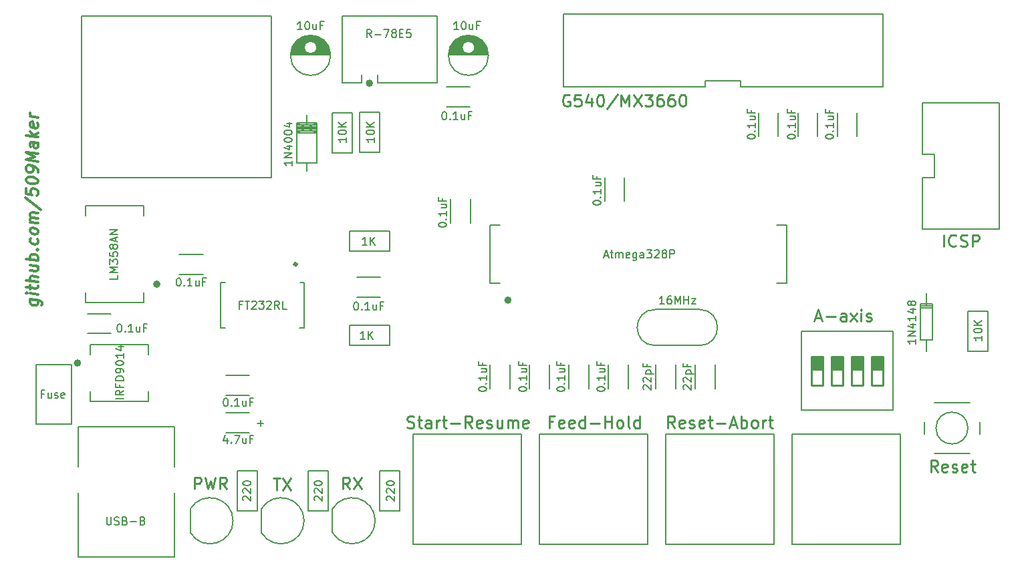
<source format=gto>
G04 #@! TF.GenerationSoftware,KiCad,Pcbnew,(5.0.0-rc2-20-gcf2a07559)*
G04 #@! TF.CreationDate,2018-05-24T23:42:55-07:00*
G04 #@! TF.ProjectId,Gecko_Controller,4765636B6F5F436F6E74726F6C6C6572,rev?*
G04 #@! TF.SameCoordinates,Original*
G04 #@! TF.FileFunction,Legend,Top*
G04 #@! TF.FilePolarity,Positive*
%FSLAX46Y46*%
G04 Gerber Fmt 4.6, Leading zero omitted, Abs format (unit mm)*
G04 Created by KiCad (PCBNEW (5.0.0-rc2-20-gcf2a07559)) date 05/24/18 23:42:55*
%MOMM*%
%LPD*%
G01*
G04 APERTURE LIST*
%ADD10C,0.300000*%
%ADD11C,0.150000*%
%ADD12C,0.250000*%
%ADD13C,0.381000*%
%ADD14C,0.254000*%
G04 APERTURE END LIST*
D10*
X91478571Y-98888214D02*
X92692857Y-99040000D01*
X92835714Y-99129285D01*
X92907142Y-99209642D01*
X92978571Y-99361428D01*
X92978571Y-99575714D01*
X92907142Y-99709642D01*
X92407142Y-99004285D02*
X92478571Y-99156071D01*
X92478571Y-99441785D01*
X92407142Y-99575714D01*
X92335714Y-99638214D01*
X92192857Y-99691785D01*
X91764285Y-99638214D01*
X91621428Y-99548928D01*
X91550000Y-99468571D01*
X91478571Y-99316785D01*
X91478571Y-99031071D01*
X91550000Y-98897142D01*
X92478571Y-98298928D02*
X91478571Y-98173928D01*
X90978571Y-98111428D02*
X91050000Y-98191785D01*
X91121428Y-98129285D01*
X91050000Y-98048928D01*
X90978571Y-98111428D01*
X91121428Y-98129285D01*
X91478571Y-97673928D02*
X91478571Y-97102500D01*
X90978571Y-97397142D02*
X92264285Y-97557857D01*
X92407142Y-97504285D01*
X92478571Y-97370357D01*
X92478571Y-97227500D01*
X92478571Y-96727500D02*
X90978571Y-96540000D01*
X92478571Y-96084642D02*
X91692857Y-95986428D01*
X91550000Y-96040000D01*
X91478571Y-96173928D01*
X91478571Y-96388214D01*
X91550000Y-96540000D01*
X91621428Y-96620357D01*
X91478571Y-94602500D02*
X92478571Y-94727500D01*
X91478571Y-95245357D02*
X92264285Y-95343571D01*
X92407142Y-95290000D01*
X92478571Y-95156071D01*
X92478571Y-94941785D01*
X92407142Y-94790000D01*
X92335714Y-94709642D01*
X92478571Y-94013214D02*
X90978571Y-93825714D01*
X91550000Y-93897142D02*
X91478571Y-93745357D01*
X91478571Y-93459642D01*
X91550000Y-93325714D01*
X91621428Y-93263214D01*
X91764285Y-93209642D01*
X92192857Y-93263214D01*
X92335714Y-93352500D01*
X92407142Y-93432857D01*
X92478571Y-93584642D01*
X92478571Y-93870357D01*
X92407142Y-94004285D01*
X92335714Y-92638214D02*
X92407142Y-92575714D01*
X92478571Y-92656071D01*
X92407142Y-92718571D01*
X92335714Y-92638214D01*
X92478571Y-92656071D01*
X92407142Y-91290000D02*
X92478571Y-91441785D01*
X92478571Y-91727500D01*
X92407142Y-91861428D01*
X92335714Y-91923928D01*
X92192857Y-91977500D01*
X91764285Y-91923928D01*
X91621428Y-91834642D01*
X91550000Y-91754285D01*
X91478571Y-91602500D01*
X91478571Y-91316785D01*
X91550000Y-91182857D01*
X92478571Y-90441785D02*
X92407142Y-90575714D01*
X92335714Y-90638214D01*
X92192857Y-90691785D01*
X91764285Y-90638214D01*
X91621428Y-90548928D01*
X91550000Y-90468571D01*
X91478571Y-90316785D01*
X91478571Y-90102500D01*
X91550000Y-89968571D01*
X91621428Y-89906071D01*
X91764285Y-89852500D01*
X92192857Y-89906071D01*
X92335714Y-89995357D01*
X92407142Y-90075714D01*
X92478571Y-90227500D01*
X92478571Y-90441785D01*
X92478571Y-89298928D02*
X91478571Y-89173928D01*
X91621428Y-89191785D02*
X91550000Y-89111428D01*
X91478571Y-88959642D01*
X91478571Y-88745357D01*
X91550000Y-88611428D01*
X91692857Y-88557857D01*
X92478571Y-88656071D01*
X91692857Y-88557857D02*
X91550000Y-88468571D01*
X91478571Y-88316785D01*
X91478571Y-88102500D01*
X91550000Y-87968571D01*
X91692857Y-87915000D01*
X92478571Y-88013214D01*
X90907142Y-86031071D02*
X92835714Y-87557857D01*
X90978571Y-84825714D02*
X90978571Y-85540000D01*
X91692857Y-85700714D01*
X91621428Y-85620357D01*
X91550000Y-85468571D01*
X91550000Y-85111428D01*
X91621428Y-84977500D01*
X91692857Y-84915000D01*
X91835714Y-84861428D01*
X92192857Y-84906071D01*
X92335714Y-84995357D01*
X92407142Y-85075714D01*
X92478571Y-85227500D01*
X92478571Y-85584642D01*
X92407142Y-85718571D01*
X92335714Y-85781071D01*
X90978571Y-83825714D02*
X90978571Y-83682857D01*
X91050000Y-83548928D01*
X91121428Y-83486428D01*
X91264285Y-83432857D01*
X91550000Y-83397142D01*
X91907142Y-83441785D01*
X92192857Y-83548928D01*
X92335714Y-83638214D01*
X92407142Y-83718571D01*
X92478571Y-83870357D01*
X92478571Y-84013214D01*
X92407142Y-84147142D01*
X92335714Y-84209642D01*
X92192857Y-84263214D01*
X91907142Y-84298928D01*
X91550000Y-84254285D01*
X91264285Y-84147142D01*
X91121428Y-84057857D01*
X91050000Y-83977500D01*
X90978571Y-83825714D01*
X92478571Y-82798928D02*
X92478571Y-82513214D01*
X92407142Y-82361428D01*
X92335714Y-82281071D01*
X92121428Y-82111428D01*
X91835714Y-82004285D01*
X91264285Y-81932857D01*
X91121428Y-81986428D01*
X91050000Y-82048928D01*
X90978571Y-82182857D01*
X90978571Y-82468571D01*
X91050000Y-82620357D01*
X91121428Y-82700714D01*
X91264285Y-82790000D01*
X91621428Y-82834642D01*
X91764285Y-82781071D01*
X91835714Y-82718571D01*
X91907142Y-82584642D01*
X91907142Y-82298928D01*
X91835714Y-82147142D01*
X91764285Y-82066785D01*
X91621428Y-81977500D01*
X92478571Y-81441785D02*
X90978571Y-81254285D01*
X92050000Y-80888214D01*
X90978571Y-80254285D01*
X92478571Y-80441785D01*
X92478571Y-79084642D02*
X91692857Y-78986428D01*
X91550000Y-79040000D01*
X91478571Y-79173928D01*
X91478571Y-79459642D01*
X91550000Y-79611428D01*
X92407142Y-79075714D02*
X92478571Y-79227500D01*
X92478571Y-79584642D01*
X92407142Y-79718571D01*
X92264285Y-79772142D01*
X92121428Y-79754285D01*
X91978571Y-79665000D01*
X91907142Y-79513214D01*
X91907142Y-79156071D01*
X91835714Y-79004285D01*
X92478571Y-78370357D02*
X90978571Y-78182857D01*
X91907142Y-78156071D02*
X92478571Y-77798928D01*
X91478571Y-77673928D02*
X92050000Y-78316785D01*
X92407142Y-76575714D02*
X92478571Y-76727500D01*
X92478571Y-77013214D01*
X92407142Y-77147142D01*
X92264285Y-77200714D01*
X91692857Y-77129285D01*
X91550000Y-77040000D01*
X91478571Y-76888214D01*
X91478571Y-76602500D01*
X91550000Y-76468571D01*
X91692857Y-76415000D01*
X91835714Y-76432857D01*
X91978571Y-77165000D01*
X92478571Y-75870357D02*
X91478571Y-75745357D01*
X91764285Y-75781071D02*
X91621428Y-75691785D01*
X91550000Y-75611428D01*
X91478571Y-75459642D01*
X91478571Y-75316785D01*
D11*
X120269047Y-114625428D02*
X121030952Y-114625428D01*
X120650000Y-115006380D02*
X120650000Y-114244476D01*
D12*
X159786714Y-73037000D02*
X159643857Y-72965571D01*
X159429571Y-72965571D01*
X159215285Y-73037000D01*
X159072428Y-73179857D01*
X159001000Y-73322714D01*
X158929571Y-73608428D01*
X158929571Y-73822714D01*
X159001000Y-74108428D01*
X159072428Y-74251285D01*
X159215285Y-74394142D01*
X159429571Y-74465571D01*
X159572428Y-74465571D01*
X159786714Y-74394142D01*
X159858142Y-74322714D01*
X159858142Y-73822714D01*
X159572428Y-73822714D01*
X161215285Y-72965571D02*
X160501000Y-72965571D01*
X160429571Y-73679857D01*
X160501000Y-73608428D01*
X160643857Y-73537000D01*
X161001000Y-73537000D01*
X161143857Y-73608428D01*
X161215285Y-73679857D01*
X161286714Y-73822714D01*
X161286714Y-74179857D01*
X161215285Y-74322714D01*
X161143857Y-74394142D01*
X161001000Y-74465571D01*
X160643857Y-74465571D01*
X160501000Y-74394142D01*
X160429571Y-74322714D01*
X162572428Y-73465571D02*
X162572428Y-74465571D01*
X162215285Y-72894142D02*
X161858142Y-73965571D01*
X162786714Y-73965571D01*
X163643857Y-72965571D02*
X163786714Y-72965571D01*
X163929571Y-73037000D01*
X164001000Y-73108428D01*
X164072428Y-73251285D01*
X164143857Y-73537000D01*
X164143857Y-73894142D01*
X164072428Y-74179857D01*
X164001000Y-74322714D01*
X163929571Y-74394142D01*
X163786714Y-74465571D01*
X163643857Y-74465571D01*
X163501000Y-74394142D01*
X163429571Y-74322714D01*
X163358142Y-74179857D01*
X163286714Y-73894142D01*
X163286714Y-73537000D01*
X163358142Y-73251285D01*
X163429571Y-73108428D01*
X163501000Y-73037000D01*
X163643857Y-72965571D01*
X165858142Y-72894142D02*
X164572428Y-74822714D01*
X166358142Y-74465571D02*
X166358142Y-72965571D01*
X166858142Y-74037000D01*
X167358142Y-72965571D01*
X167358142Y-74465571D01*
X167929571Y-72965571D02*
X168929571Y-74465571D01*
X168929571Y-72965571D02*
X167929571Y-74465571D01*
X169358142Y-72965571D02*
X170286714Y-72965571D01*
X169786714Y-73537000D01*
X170001000Y-73537000D01*
X170143857Y-73608428D01*
X170215285Y-73679857D01*
X170286714Y-73822714D01*
X170286714Y-74179857D01*
X170215285Y-74322714D01*
X170143857Y-74394142D01*
X170001000Y-74465571D01*
X169572428Y-74465571D01*
X169429571Y-74394142D01*
X169358142Y-74322714D01*
X171572428Y-72965571D02*
X171286714Y-72965571D01*
X171143857Y-73037000D01*
X171072428Y-73108428D01*
X170929571Y-73322714D01*
X170858142Y-73608428D01*
X170858142Y-74179857D01*
X170929571Y-74322714D01*
X171001000Y-74394142D01*
X171143857Y-74465571D01*
X171429571Y-74465571D01*
X171572428Y-74394142D01*
X171643857Y-74322714D01*
X171715285Y-74179857D01*
X171715285Y-73822714D01*
X171643857Y-73679857D01*
X171572428Y-73608428D01*
X171429571Y-73537000D01*
X171143857Y-73537000D01*
X171001000Y-73608428D01*
X170929571Y-73679857D01*
X170858142Y-73822714D01*
X173001000Y-72965571D02*
X172715285Y-72965571D01*
X172572428Y-73037000D01*
X172501000Y-73108428D01*
X172358142Y-73322714D01*
X172286714Y-73608428D01*
X172286714Y-74179857D01*
X172358142Y-74322714D01*
X172429571Y-74394142D01*
X172572428Y-74465571D01*
X172858142Y-74465571D01*
X173001000Y-74394142D01*
X173072428Y-74322714D01*
X173143857Y-74179857D01*
X173143857Y-73822714D01*
X173072428Y-73679857D01*
X173001000Y-73608428D01*
X172858142Y-73537000D01*
X172572428Y-73537000D01*
X172429571Y-73608428D01*
X172358142Y-73679857D01*
X172286714Y-73822714D01*
X174072428Y-72965571D02*
X174215285Y-72965571D01*
X174358142Y-73037000D01*
X174429571Y-73108428D01*
X174501000Y-73251285D01*
X174572428Y-73537000D01*
X174572428Y-73894142D01*
X174501000Y-74179857D01*
X174429571Y-74322714D01*
X174358142Y-74394142D01*
X174215285Y-74465571D01*
X174072428Y-74465571D01*
X173929571Y-74394142D01*
X173858142Y-74322714D01*
X173786714Y-74179857D01*
X173715285Y-73894142D01*
X173715285Y-73537000D01*
X173786714Y-73251285D01*
X173858142Y-73108428D01*
X173929571Y-73037000D01*
X174072428Y-72965571D01*
X207208714Y-92245571D02*
X207208714Y-90745571D01*
X208780142Y-92102714D02*
X208708714Y-92174142D01*
X208494428Y-92245571D01*
X208351571Y-92245571D01*
X208137285Y-92174142D01*
X207994428Y-92031285D01*
X207923000Y-91888428D01*
X207851571Y-91602714D01*
X207851571Y-91388428D01*
X207923000Y-91102714D01*
X207994428Y-90959857D01*
X208137285Y-90817000D01*
X208351571Y-90745571D01*
X208494428Y-90745571D01*
X208708714Y-90817000D01*
X208780142Y-90888428D01*
X209351571Y-92174142D02*
X209565857Y-92245571D01*
X209923000Y-92245571D01*
X210065857Y-92174142D01*
X210137285Y-92102714D01*
X210208714Y-91959857D01*
X210208714Y-91817000D01*
X210137285Y-91674142D01*
X210065857Y-91602714D01*
X209923000Y-91531285D01*
X209637285Y-91459857D01*
X209494428Y-91388428D01*
X209423000Y-91317000D01*
X209351571Y-91174142D01*
X209351571Y-91031285D01*
X209423000Y-90888428D01*
X209494428Y-90817000D01*
X209637285Y-90745571D01*
X209994428Y-90745571D01*
X210208714Y-90817000D01*
X210851571Y-92245571D02*
X210851571Y-90745571D01*
X211423000Y-90745571D01*
X211565857Y-90817000D01*
X211637285Y-90888428D01*
X211708714Y-91031285D01*
X211708714Y-91245571D01*
X211637285Y-91388428D01*
X211565857Y-91459857D01*
X211423000Y-91531285D01*
X210851571Y-91531285D01*
X206422857Y-120820571D02*
X205922857Y-120106285D01*
X205565714Y-120820571D02*
X205565714Y-119320571D01*
X206137142Y-119320571D01*
X206280000Y-119392000D01*
X206351428Y-119463428D01*
X206422857Y-119606285D01*
X206422857Y-119820571D01*
X206351428Y-119963428D01*
X206280000Y-120034857D01*
X206137142Y-120106285D01*
X205565714Y-120106285D01*
X207637142Y-120749142D02*
X207494285Y-120820571D01*
X207208571Y-120820571D01*
X207065714Y-120749142D01*
X206994285Y-120606285D01*
X206994285Y-120034857D01*
X207065714Y-119892000D01*
X207208571Y-119820571D01*
X207494285Y-119820571D01*
X207637142Y-119892000D01*
X207708571Y-120034857D01*
X207708571Y-120177714D01*
X206994285Y-120320571D01*
X208280000Y-120749142D02*
X208422857Y-120820571D01*
X208708571Y-120820571D01*
X208851428Y-120749142D01*
X208922857Y-120606285D01*
X208922857Y-120534857D01*
X208851428Y-120392000D01*
X208708571Y-120320571D01*
X208494285Y-120320571D01*
X208351428Y-120249142D01*
X208280000Y-120106285D01*
X208280000Y-120034857D01*
X208351428Y-119892000D01*
X208494285Y-119820571D01*
X208708571Y-119820571D01*
X208851428Y-119892000D01*
X210137142Y-120749142D02*
X209994285Y-120820571D01*
X209708571Y-120820571D01*
X209565714Y-120749142D01*
X209494285Y-120606285D01*
X209494285Y-120034857D01*
X209565714Y-119892000D01*
X209708571Y-119820571D01*
X209994285Y-119820571D01*
X210137142Y-119892000D01*
X210208571Y-120034857D01*
X210208571Y-120177714D01*
X209494285Y-120320571D01*
X210637142Y-119820571D02*
X211208571Y-119820571D01*
X210851428Y-119320571D02*
X210851428Y-120606285D01*
X210922857Y-120749142D01*
X211065714Y-120820571D01*
X211208571Y-120820571D01*
X173137428Y-115232571D02*
X172637428Y-114518285D01*
X172280285Y-115232571D02*
X172280285Y-113732571D01*
X172851714Y-113732571D01*
X172994571Y-113804000D01*
X173066000Y-113875428D01*
X173137428Y-114018285D01*
X173137428Y-114232571D01*
X173066000Y-114375428D01*
X172994571Y-114446857D01*
X172851714Y-114518285D01*
X172280285Y-114518285D01*
X174351714Y-115161142D02*
X174208857Y-115232571D01*
X173923142Y-115232571D01*
X173780285Y-115161142D01*
X173708857Y-115018285D01*
X173708857Y-114446857D01*
X173780285Y-114304000D01*
X173923142Y-114232571D01*
X174208857Y-114232571D01*
X174351714Y-114304000D01*
X174423142Y-114446857D01*
X174423142Y-114589714D01*
X173708857Y-114732571D01*
X174994571Y-115161142D02*
X175137428Y-115232571D01*
X175423142Y-115232571D01*
X175566000Y-115161142D01*
X175637428Y-115018285D01*
X175637428Y-114946857D01*
X175566000Y-114804000D01*
X175423142Y-114732571D01*
X175208857Y-114732571D01*
X175066000Y-114661142D01*
X174994571Y-114518285D01*
X174994571Y-114446857D01*
X175066000Y-114304000D01*
X175208857Y-114232571D01*
X175423142Y-114232571D01*
X175566000Y-114304000D01*
X176851714Y-115161142D02*
X176708857Y-115232571D01*
X176423142Y-115232571D01*
X176280285Y-115161142D01*
X176208857Y-115018285D01*
X176208857Y-114446857D01*
X176280285Y-114304000D01*
X176423142Y-114232571D01*
X176708857Y-114232571D01*
X176851714Y-114304000D01*
X176923142Y-114446857D01*
X176923142Y-114589714D01*
X176208857Y-114732571D01*
X177351714Y-114232571D02*
X177923142Y-114232571D01*
X177566000Y-113732571D02*
X177566000Y-115018285D01*
X177637428Y-115161142D01*
X177780285Y-115232571D01*
X177923142Y-115232571D01*
X178423142Y-114661142D02*
X179566000Y-114661142D01*
X180208857Y-114804000D02*
X180923142Y-114804000D01*
X180066000Y-115232571D02*
X180566000Y-113732571D01*
X181066000Y-115232571D01*
X181566000Y-115232571D02*
X181566000Y-113732571D01*
X181566000Y-114304000D02*
X181708857Y-114232571D01*
X181994571Y-114232571D01*
X182137428Y-114304000D01*
X182208857Y-114375428D01*
X182280285Y-114518285D01*
X182280285Y-114946857D01*
X182208857Y-115089714D01*
X182137428Y-115161142D01*
X181994571Y-115232571D01*
X181708857Y-115232571D01*
X181566000Y-115161142D01*
X183137428Y-115232571D02*
X182994571Y-115161142D01*
X182923142Y-115089714D01*
X182851714Y-114946857D01*
X182851714Y-114518285D01*
X182923142Y-114375428D01*
X182994571Y-114304000D01*
X183137428Y-114232571D01*
X183351714Y-114232571D01*
X183494571Y-114304000D01*
X183566000Y-114375428D01*
X183637428Y-114518285D01*
X183637428Y-114946857D01*
X183566000Y-115089714D01*
X183494571Y-115161142D01*
X183351714Y-115232571D01*
X183137428Y-115232571D01*
X184280285Y-115232571D02*
X184280285Y-114232571D01*
X184280285Y-114518285D02*
X184351714Y-114375428D01*
X184423142Y-114304000D01*
X184566000Y-114232571D01*
X184708857Y-114232571D01*
X184994571Y-114232571D02*
X185566000Y-114232571D01*
X185208857Y-113732571D02*
X185208857Y-115018285D01*
X185280285Y-115161142D01*
X185423142Y-115232571D01*
X185566000Y-115232571D01*
X157726714Y-114446857D02*
X157226714Y-114446857D01*
X157226714Y-115232571D02*
X157226714Y-113732571D01*
X157941000Y-113732571D01*
X159083857Y-115161142D02*
X158941000Y-115232571D01*
X158655285Y-115232571D01*
X158512428Y-115161142D01*
X158441000Y-115018285D01*
X158441000Y-114446857D01*
X158512428Y-114304000D01*
X158655285Y-114232571D01*
X158941000Y-114232571D01*
X159083857Y-114304000D01*
X159155285Y-114446857D01*
X159155285Y-114589714D01*
X158441000Y-114732571D01*
X160369571Y-115161142D02*
X160226714Y-115232571D01*
X159941000Y-115232571D01*
X159798142Y-115161142D01*
X159726714Y-115018285D01*
X159726714Y-114446857D01*
X159798142Y-114304000D01*
X159941000Y-114232571D01*
X160226714Y-114232571D01*
X160369571Y-114304000D01*
X160441000Y-114446857D01*
X160441000Y-114589714D01*
X159726714Y-114732571D01*
X161726714Y-115232571D02*
X161726714Y-113732571D01*
X161726714Y-115161142D02*
X161583857Y-115232571D01*
X161298142Y-115232571D01*
X161155285Y-115161142D01*
X161083857Y-115089714D01*
X161012428Y-114946857D01*
X161012428Y-114518285D01*
X161083857Y-114375428D01*
X161155285Y-114304000D01*
X161298142Y-114232571D01*
X161583857Y-114232571D01*
X161726714Y-114304000D01*
X162441000Y-114661142D02*
X163583857Y-114661142D01*
X164298142Y-115232571D02*
X164298142Y-113732571D01*
X164298142Y-114446857D02*
X165155285Y-114446857D01*
X165155285Y-115232571D02*
X165155285Y-113732571D01*
X166083857Y-115232571D02*
X165941000Y-115161142D01*
X165869571Y-115089714D01*
X165798142Y-114946857D01*
X165798142Y-114518285D01*
X165869571Y-114375428D01*
X165941000Y-114304000D01*
X166083857Y-114232571D01*
X166298142Y-114232571D01*
X166441000Y-114304000D01*
X166512428Y-114375428D01*
X166583857Y-114518285D01*
X166583857Y-114946857D01*
X166512428Y-115089714D01*
X166441000Y-115161142D01*
X166298142Y-115232571D01*
X166083857Y-115232571D01*
X167441000Y-115232571D02*
X167298142Y-115161142D01*
X167226714Y-115018285D01*
X167226714Y-113732571D01*
X168655285Y-115232571D02*
X168655285Y-113732571D01*
X168655285Y-115161142D02*
X168512428Y-115232571D01*
X168226714Y-115232571D01*
X168083857Y-115161142D01*
X168012428Y-115089714D01*
X167941000Y-114946857D01*
X167941000Y-114518285D01*
X168012428Y-114375428D01*
X168083857Y-114304000D01*
X168226714Y-114232571D01*
X168512428Y-114232571D01*
X168655285Y-114304000D01*
X139260428Y-115161142D02*
X139474714Y-115232571D01*
X139831857Y-115232571D01*
X139974714Y-115161142D01*
X140046142Y-115089714D01*
X140117571Y-114946857D01*
X140117571Y-114804000D01*
X140046142Y-114661142D01*
X139974714Y-114589714D01*
X139831857Y-114518285D01*
X139546142Y-114446857D01*
X139403285Y-114375428D01*
X139331857Y-114304000D01*
X139260428Y-114161142D01*
X139260428Y-114018285D01*
X139331857Y-113875428D01*
X139403285Y-113804000D01*
X139546142Y-113732571D01*
X139903285Y-113732571D01*
X140117571Y-113804000D01*
X140546142Y-114232571D02*
X141117571Y-114232571D01*
X140760428Y-113732571D02*
X140760428Y-115018285D01*
X140831857Y-115161142D01*
X140974714Y-115232571D01*
X141117571Y-115232571D01*
X142260428Y-115232571D02*
X142260428Y-114446857D01*
X142189000Y-114304000D01*
X142046142Y-114232571D01*
X141760428Y-114232571D01*
X141617571Y-114304000D01*
X142260428Y-115161142D02*
X142117571Y-115232571D01*
X141760428Y-115232571D01*
X141617571Y-115161142D01*
X141546142Y-115018285D01*
X141546142Y-114875428D01*
X141617571Y-114732571D01*
X141760428Y-114661142D01*
X142117571Y-114661142D01*
X142260428Y-114589714D01*
X142974714Y-115232571D02*
X142974714Y-114232571D01*
X142974714Y-114518285D02*
X143046142Y-114375428D01*
X143117571Y-114304000D01*
X143260428Y-114232571D01*
X143403285Y-114232571D01*
X143689000Y-114232571D02*
X144260428Y-114232571D01*
X143903285Y-113732571D02*
X143903285Y-115018285D01*
X143974714Y-115161142D01*
X144117571Y-115232571D01*
X144260428Y-115232571D01*
X144760428Y-114661142D02*
X145903285Y-114661142D01*
X147474714Y-115232571D02*
X146974714Y-114518285D01*
X146617571Y-115232571D02*
X146617571Y-113732571D01*
X147189000Y-113732571D01*
X147331857Y-113804000D01*
X147403285Y-113875428D01*
X147474714Y-114018285D01*
X147474714Y-114232571D01*
X147403285Y-114375428D01*
X147331857Y-114446857D01*
X147189000Y-114518285D01*
X146617571Y-114518285D01*
X148689000Y-115161142D02*
X148546142Y-115232571D01*
X148260428Y-115232571D01*
X148117571Y-115161142D01*
X148046142Y-115018285D01*
X148046142Y-114446857D01*
X148117571Y-114304000D01*
X148260428Y-114232571D01*
X148546142Y-114232571D01*
X148689000Y-114304000D01*
X148760428Y-114446857D01*
X148760428Y-114589714D01*
X148046142Y-114732571D01*
X149331857Y-115161142D02*
X149474714Y-115232571D01*
X149760428Y-115232571D01*
X149903285Y-115161142D01*
X149974714Y-115018285D01*
X149974714Y-114946857D01*
X149903285Y-114804000D01*
X149760428Y-114732571D01*
X149546142Y-114732571D01*
X149403285Y-114661142D01*
X149331857Y-114518285D01*
X149331857Y-114446857D01*
X149403285Y-114304000D01*
X149546142Y-114232571D01*
X149760428Y-114232571D01*
X149903285Y-114304000D01*
X151260428Y-114232571D02*
X151260428Y-115232571D01*
X150617571Y-114232571D02*
X150617571Y-115018285D01*
X150689000Y-115161142D01*
X150831857Y-115232571D01*
X151046142Y-115232571D01*
X151189000Y-115161142D01*
X151260428Y-115089714D01*
X151974714Y-115232571D02*
X151974714Y-114232571D01*
X151974714Y-114375428D02*
X152046142Y-114304000D01*
X152189000Y-114232571D01*
X152403285Y-114232571D01*
X152546142Y-114304000D01*
X152617571Y-114446857D01*
X152617571Y-115232571D01*
X152617571Y-114446857D02*
X152689000Y-114304000D01*
X152831857Y-114232571D01*
X153046142Y-114232571D01*
X153189000Y-114304000D01*
X153260428Y-114446857D01*
X153260428Y-115232571D01*
X154546142Y-115161142D02*
X154403285Y-115232571D01*
X154117571Y-115232571D01*
X153974714Y-115161142D01*
X153903285Y-115018285D01*
X153903285Y-114446857D01*
X153974714Y-114304000D01*
X154117571Y-114232571D01*
X154403285Y-114232571D01*
X154546142Y-114304000D01*
X154617571Y-114446857D01*
X154617571Y-114589714D01*
X153903285Y-114732571D01*
D11*
X118332571Y-99623571D02*
X117999238Y-99623571D01*
X117999238Y-100147380D02*
X117999238Y-99147380D01*
X118475428Y-99147380D01*
X118713523Y-99147380D02*
X119284952Y-99147380D01*
X118999238Y-100147380D02*
X118999238Y-99147380D01*
X119570666Y-99242619D02*
X119618285Y-99195000D01*
X119713523Y-99147380D01*
X119951619Y-99147380D01*
X120046857Y-99195000D01*
X120094476Y-99242619D01*
X120142095Y-99337857D01*
X120142095Y-99433095D01*
X120094476Y-99575952D01*
X119523047Y-100147380D01*
X120142095Y-100147380D01*
X120475428Y-99147380D02*
X121094476Y-99147380D01*
X120761142Y-99528333D01*
X120904000Y-99528333D01*
X120999238Y-99575952D01*
X121046857Y-99623571D01*
X121094476Y-99718809D01*
X121094476Y-99956904D01*
X121046857Y-100052142D01*
X120999238Y-100099761D01*
X120904000Y-100147380D01*
X120618285Y-100147380D01*
X120523047Y-100099761D01*
X120475428Y-100052142D01*
X121475428Y-99242619D02*
X121523047Y-99195000D01*
X121618285Y-99147380D01*
X121856380Y-99147380D01*
X121951619Y-99195000D01*
X121999238Y-99242619D01*
X122046857Y-99337857D01*
X122046857Y-99433095D01*
X121999238Y-99575952D01*
X121427809Y-100147380D01*
X122046857Y-100147380D01*
X123046857Y-100147380D02*
X122713523Y-99671190D01*
X122475428Y-100147380D02*
X122475428Y-99147380D01*
X122856380Y-99147380D01*
X122951619Y-99195000D01*
X122999238Y-99242619D01*
X123046857Y-99337857D01*
X123046857Y-99480714D01*
X122999238Y-99575952D01*
X122951619Y-99623571D01*
X122856380Y-99671190D01*
X122475428Y-99671190D01*
X123951619Y-100147380D02*
X123475428Y-100147380D01*
X123475428Y-99147380D01*
D12*
X122301142Y-121606571D02*
X123158285Y-121606571D01*
X122729714Y-123106571D02*
X122729714Y-121606571D01*
X123515428Y-121606571D02*
X124515428Y-123106571D01*
X124515428Y-121606571D02*
X123515428Y-123106571D01*
X131957000Y-122979571D02*
X131457000Y-122265285D01*
X131099857Y-122979571D02*
X131099857Y-121479571D01*
X131671285Y-121479571D01*
X131814142Y-121551000D01*
X131885571Y-121622428D01*
X131957000Y-121765285D01*
X131957000Y-121979571D01*
X131885571Y-122122428D01*
X131814142Y-122193857D01*
X131671285Y-122265285D01*
X131099857Y-122265285D01*
X132457000Y-121479571D02*
X133457000Y-122979571D01*
X133457000Y-121479571D02*
X132457000Y-122979571D01*
X112300000Y-122979571D02*
X112300000Y-121479571D01*
X112871428Y-121479571D01*
X113014285Y-121551000D01*
X113085714Y-121622428D01*
X113157142Y-121765285D01*
X113157142Y-121979571D01*
X113085714Y-122122428D01*
X113014285Y-122193857D01*
X112871428Y-122265285D01*
X112300000Y-122265285D01*
X113657142Y-121479571D02*
X114014285Y-122979571D01*
X114300000Y-121908142D01*
X114585714Y-122979571D01*
X114942857Y-121479571D01*
X116371428Y-122979571D02*
X115871428Y-122265285D01*
X115514285Y-122979571D02*
X115514285Y-121479571D01*
X116085714Y-121479571D01*
X116228571Y-121551000D01*
X116300000Y-121622428D01*
X116371428Y-121765285D01*
X116371428Y-121979571D01*
X116300000Y-122122428D01*
X116228571Y-122193857D01*
X116085714Y-122265285D01*
X115514285Y-122265285D01*
D11*
X93218142Y-110926571D02*
X92884809Y-110926571D01*
X92884809Y-111450380D02*
X92884809Y-110450380D01*
X93361000Y-110450380D01*
X94170523Y-110783714D02*
X94170523Y-111450380D01*
X93741952Y-110783714D02*
X93741952Y-111307523D01*
X93789571Y-111402761D01*
X93884809Y-111450380D01*
X94027666Y-111450380D01*
X94122904Y-111402761D01*
X94170523Y-111355142D01*
X94599095Y-111402761D02*
X94694333Y-111450380D01*
X94884809Y-111450380D01*
X94980047Y-111402761D01*
X95027666Y-111307523D01*
X95027666Y-111259904D01*
X94980047Y-111164666D01*
X94884809Y-111117047D01*
X94741952Y-111117047D01*
X94646714Y-111069428D01*
X94599095Y-110974190D01*
X94599095Y-110926571D01*
X94646714Y-110831333D01*
X94741952Y-110783714D01*
X94884809Y-110783714D01*
X94980047Y-110831333D01*
X95837190Y-111402761D02*
X95741952Y-111450380D01*
X95551476Y-111450380D01*
X95456238Y-111402761D01*
X95408619Y-111307523D01*
X95408619Y-110926571D01*
X95456238Y-110831333D01*
X95551476Y-110783714D01*
X95741952Y-110783714D01*
X95837190Y-110831333D01*
X95884809Y-110926571D01*
X95884809Y-111021809D01*
X95408619Y-111117047D01*
X116451238Y-116498714D02*
X116451238Y-117165380D01*
X116213142Y-116117761D02*
X115975047Y-116832047D01*
X116594095Y-116832047D01*
X116975047Y-117070142D02*
X117022666Y-117117761D01*
X116975047Y-117165380D01*
X116927428Y-117117761D01*
X116975047Y-117070142D01*
X116975047Y-117165380D01*
X117356000Y-116165380D02*
X118022666Y-116165380D01*
X117594095Y-117165380D01*
X118832190Y-116498714D02*
X118832190Y-117165380D01*
X118403619Y-116498714D02*
X118403619Y-117022523D01*
X118451238Y-117117761D01*
X118546476Y-117165380D01*
X118689333Y-117165380D01*
X118784571Y-117117761D01*
X118832190Y-117070142D01*
X119641714Y-116641571D02*
X119308380Y-116641571D01*
X119308380Y-117165380D02*
X119308380Y-116165380D01*
X119784571Y-116165380D01*
X116213142Y-111466380D02*
X116308380Y-111466380D01*
X116403619Y-111514000D01*
X116451238Y-111561619D01*
X116498857Y-111656857D01*
X116546476Y-111847333D01*
X116546476Y-112085428D01*
X116498857Y-112275904D01*
X116451238Y-112371142D01*
X116403619Y-112418761D01*
X116308380Y-112466380D01*
X116213142Y-112466380D01*
X116117904Y-112418761D01*
X116070285Y-112371142D01*
X116022666Y-112275904D01*
X115975047Y-112085428D01*
X115975047Y-111847333D01*
X116022666Y-111656857D01*
X116070285Y-111561619D01*
X116117904Y-111514000D01*
X116213142Y-111466380D01*
X116975047Y-112371142D02*
X117022666Y-112418761D01*
X116975047Y-112466380D01*
X116927428Y-112418761D01*
X116975047Y-112371142D01*
X116975047Y-112466380D01*
X117975047Y-112466380D02*
X117403619Y-112466380D01*
X117689333Y-112466380D02*
X117689333Y-111466380D01*
X117594095Y-111609238D01*
X117498857Y-111704476D01*
X117403619Y-111752095D01*
X118832190Y-111799714D02*
X118832190Y-112466380D01*
X118403619Y-111799714D02*
X118403619Y-112323523D01*
X118451238Y-112418761D01*
X118546476Y-112466380D01*
X118689333Y-112466380D01*
X118784571Y-112418761D01*
X118832190Y-112371142D01*
X119641714Y-111942571D02*
X119308380Y-111942571D01*
X119308380Y-112466380D02*
X119308380Y-111466380D01*
X119784571Y-111466380D01*
X110244142Y-96226380D02*
X110339380Y-96226380D01*
X110434619Y-96274000D01*
X110482238Y-96321619D01*
X110529857Y-96416857D01*
X110577476Y-96607333D01*
X110577476Y-96845428D01*
X110529857Y-97035904D01*
X110482238Y-97131142D01*
X110434619Y-97178761D01*
X110339380Y-97226380D01*
X110244142Y-97226380D01*
X110148904Y-97178761D01*
X110101285Y-97131142D01*
X110053666Y-97035904D01*
X110006047Y-96845428D01*
X110006047Y-96607333D01*
X110053666Y-96416857D01*
X110101285Y-96321619D01*
X110148904Y-96274000D01*
X110244142Y-96226380D01*
X111006047Y-97131142D02*
X111053666Y-97178761D01*
X111006047Y-97226380D01*
X110958428Y-97178761D01*
X111006047Y-97131142D01*
X111006047Y-97226380D01*
X112006047Y-97226380D02*
X111434619Y-97226380D01*
X111720333Y-97226380D02*
X111720333Y-96226380D01*
X111625095Y-96369238D01*
X111529857Y-96464476D01*
X111434619Y-96512095D01*
X112863190Y-96559714D02*
X112863190Y-97226380D01*
X112434619Y-96559714D02*
X112434619Y-97083523D01*
X112482238Y-97178761D01*
X112577476Y-97226380D01*
X112720333Y-97226380D01*
X112815571Y-97178761D01*
X112863190Y-97131142D01*
X113672714Y-96702571D02*
X113339380Y-96702571D01*
X113339380Y-97226380D02*
X113339380Y-96226380D01*
X113815571Y-96226380D01*
X132723142Y-99274380D02*
X132818380Y-99274380D01*
X132913619Y-99322000D01*
X132961238Y-99369619D01*
X133008857Y-99464857D01*
X133056476Y-99655333D01*
X133056476Y-99893428D01*
X133008857Y-100083904D01*
X132961238Y-100179142D01*
X132913619Y-100226761D01*
X132818380Y-100274380D01*
X132723142Y-100274380D01*
X132627904Y-100226761D01*
X132580285Y-100179142D01*
X132532666Y-100083904D01*
X132485047Y-99893428D01*
X132485047Y-99655333D01*
X132532666Y-99464857D01*
X132580285Y-99369619D01*
X132627904Y-99322000D01*
X132723142Y-99274380D01*
X133485047Y-100179142D02*
X133532666Y-100226761D01*
X133485047Y-100274380D01*
X133437428Y-100226761D01*
X133485047Y-100179142D01*
X133485047Y-100274380D01*
X134485047Y-100274380D02*
X133913619Y-100274380D01*
X134199333Y-100274380D02*
X134199333Y-99274380D01*
X134104095Y-99417238D01*
X134008857Y-99512476D01*
X133913619Y-99560095D01*
X135342190Y-99607714D02*
X135342190Y-100274380D01*
X134913619Y-99607714D02*
X134913619Y-100131523D01*
X134961238Y-100226761D01*
X135056476Y-100274380D01*
X135199333Y-100274380D01*
X135294571Y-100226761D01*
X135342190Y-100179142D01*
X136151714Y-99750571D02*
X135818380Y-99750571D01*
X135818380Y-100274380D02*
X135818380Y-99274380D01*
X136294571Y-99274380D01*
X134715523Y-65730380D02*
X134382190Y-65254190D01*
X134144095Y-65730380D02*
X134144095Y-64730380D01*
X134525047Y-64730380D01*
X134620285Y-64778000D01*
X134667904Y-64825619D01*
X134715523Y-64920857D01*
X134715523Y-65063714D01*
X134667904Y-65158952D01*
X134620285Y-65206571D01*
X134525047Y-65254190D01*
X134144095Y-65254190D01*
X135144095Y-65349428D02*
X135906000Y-65349428D01*
X136286952Y-64730380D02*
X136953619Y-64730380D01*
X136525047Y-65730380D01*
X137477428Y-65158952D02*
X137382190Y-65111333D01*
X137334571Y-65063714D01*
X137286952Y-64968476D01*
X137286952Y-64920857D01*
X137334571Y-64825619D01*
X137382190Y-64778000D01*
X137477428Y-64730380D01*
X137667904Y-64730380D01*
X137763142Y-64778000D01*
X137810761Y-64825619D01*
X137858380Y-64920857D01*
X137858380Y-64968476D01*
X137810761Y-65063714D01*
X137763142Y-65111333D01*
X137667904Y-65158952D01*
X137477428Y-65158952D01*
X137382190Y-65206571D01*
X137334571Y-65254190D01*
X137286952Y-65349428D01*
X137286952Y-65539904D01*
X137334571Y-65635142D01*
X137382190Y-65682761D01*
X137477428Y-65730380D01*
X137667904Y-65730380D01*
X137763142Y-65682761D01*
X137810761Y-65635142D01*
X137858380Y-65539904D01*
X137858380Y-65349428D01*
X137810761Y-65254190D01*
X137763142Y-65206571D01*
X137667904Y-65158952D01*
X138286952Y-65206571D02*
X138620285Y-65206571D01*
X138763142Y-65730380D02*
X138286952Y-65730380D01*
X138286952Y-64730380D01*
X138763142Y-64730380D01*
X139667904Y-64730380D02*
X139191714Y-64730380D01*
X139144095Y-65206571D01*
X139191714Y-65158952D01*
X139286952Y-65111333D01*
X139525047Y-65111333D01*
X139620285Y-65158952D01*
X139667904Y-65206571D01*
X139715523Y-65301809D01*
X139715523Y-65539904D01*
X139667904Y-65635142D01*
X139620285Y-65682761D01*
X139525047Y-65730380D01*
X139286952Y-65730380D01*
X139191714Y-65682761D01*
X139144095Y-65635142D01*
X203652380Y-103996857D02*
X203652380Y-104568285D01*
X203652380Y-104282571D02*
X202652380Y-104282571D01*
X202795238Y-104377809D01*
X202890476Y-104473047D01*
X202938095Y-104568285D01*
X203652380Y-103568285D02*
X202652380Y-103568285D01*
X203652380Y-102996857D01*
X202652380Y-102996857D01*
X202985714Y-102092095D02*
X203652380Y-102092095D01*
X202604761Y-102330190D02*
X203319047Y-102568285D01*
X203319047Y-101949238D01*
X203652380Y-101044476D02*
X203652380Y-101615904D01*
X203652380Y-101330190D02*
X202652380Y-101330190D01*
X202795238Y-101425428D01*
X202890476Y-101520666D01*
X202938095Y-101615904D01*
X202985714Y-100187333D02*
X203652380Y-100187333D01*
X202604761Y-100425428D02*
X203319047Y-100663523D01*
X203319047Y-100044476D01*
X203080952Y-99520666D02*
X203033333Y-99615904D01*
X202985714Y-99663523D01*
X202890476Y-99711142D01*
X202842857Y-99711142D01*
X202747619Y-99663523D01*
X202700000Y-99615904D01*
X202652380Y-99520666D01*
X202652380Y-99330190D01*
X202700000Y-99234952D01*
X202747619Y-99187333D01*
X202842857Y-99139714D01*
X202890476Y-99139714D01*
X202985714Y-99187333D01*
X203033333Y-99234952D01*
X203080952Y-99330190D01*
X203080952Y-99520666D01*
X203128571Y-99615904D01*
X203176190Y-99663523D01*
X203271428Y-99711142D01*
X203461904Y-99711142D01*
X203557142Y-99663523D01*
X203604761Y-99615904D01*
X203652380Y-99520666D01*
X203652380Y-99330190D01*
X203604761Y-99234952D01*
X203557142Y-99187333D01*
X203461904Y-99139714D01*
X203271428Y-99139714D01*
X203176190Y-99187333D01*
X203128571Y-99234952D01*
X203080952Y-99330190D01*
X212034380Y-103560476D02*
X212034380Y-104131904D01*
X212034380Y-103846190D02*
X211034380Y-103846190D01*
X211177238Y-103941428D01*
X211272476Y-104036666D01*
X211320095Y-104131904D01*
X211034380Y-102941428D02*
X211034380Y-102846190D01*
X211082000Y-102750952D01*
X211129619Y-102703333D01*
X211224857Y-102655714D01*
X211415333Y-102608095D01*
X211653428Y-102608095D01*
X211843904Y-102655714D01*
X211939142Y-102703333D01*
X211986761Y-102750952D01*
X212034380Y-102846190D01*
X212034380Y-102941428D01*
X211986761Y-103036666D01*
X211939142Y-103084285D01*
X211843904Y-103131904D01*
X211653428Y-103179523D01*
X211415333Y-103179523D01*
X211224857Y-103131904D01*
X211129619Y-103084285D01*
X211082000Y-103036666D01*
X211034380Y-102941428D01*
X212034380Y-102179523D02*
X211034380Y-102179523D01*
X212034380Y-101608095D02*
X211462952Y-102036666D01*
X211034380Y-101608095D02*
X211605809Y-102179523D01*
X164203619Y-93384666D02*
X164679809Y-93384666D01*
X164108380Y-93670380D02*
X164441714Y-92670380D01*
X164775047Y-93670380D01*
X164965523Y-93003714D02*
X165346476Y-93003714D01*
X165108380Y-92670380D02*
X165108380Y-93527523D01*
X165156000Y-93622761D01*
X165251238Y-93670380D01*
X165346476Y-93670380D01*
X165679809Y-93670380D02*
X165679809Y-93003714D01*
X165679809Y-93098952D02*
X165727428Y-93051333D01*
X165822666Y-93003714D01*
X165965523Y-93003714D01*
X166060761Y-93051333D01*
X166108380Y-93146571D01*
X166108380Y-93670380D01*
X166108380Y-93146571D02*
X166156000Y-93051333D01*
X166251238Y-93003714D01*
X166394095Y-93003714D01*
X166489333Y-93051333D01*
X166536952Y-93146571D01*
X166536952Y-93670380D01*
X167394095Y-93622761D02*
X167298857Y-93670380D01*
X167108380Y-93670380D01*
X167013142Y-93622761D01*
X166965523Y-93527523D01*
X166965523Y-93146571D01*
X167013142Y-93051333D01*
X167108380Y-93003714D01*
X167298857Y-93003714D01*
X167394095Y-93051333D01*
X167441714Y-93146571D01*
X167441714Y-93241809D01*
X166965523Y-93337047D01*
X168298857Y-93003714D02*
X168298857Y-93813238D01*
X168251238Y-93908476D01*
X168203619Y-93956095D01*
X168108380Y-94003714D01*
X167965523Y-94003714D01*
X167870285Y-93956095D01*
X168298857Y-93622761D02*
X168203619Y-93670380D01*
X168013142Y-93670380D01*
X167917904Y-93622761D01*
X167870285Y-93575142D01*
X167822666Y-93479904D01*
X167822666Y-93194190D01*
X167870285Y-93098952D01*
X167917904Y-93051333D01*
X168013142Y-93003714D01*
X168203619Y-93003714D01*
X168298857Y-93051333D01*
X169203619Y-93670380D02*
X169203619Y-93146571D01*
X169156000Y-93051333D01*
X169060761Y-93003714D01*
X168870285Y-93003714D01*
X168775047Y-93051333D01*
X169203619Y-93622761D02*
X169108380Y-93670380D01*
X168870285Y-93670380D01*
X168775047Y-93622761D01*
X168727428Y-93527523D01*
X168727428Y-93432285D01*
X168775047Y-93337047D01*
X168870285Y-93289428D01*
X169108380Y-93289428D01*
X169203619Y-93241809D01*
X169584571Y-92670380D02*
X170203619Y-92670380D01*
X169870285Y-93051333D01*
X170013142Y-93051333D01*
X170108380Y-93098952D01*
X170156000Y-93146571D01*
X170203619Y-93241809D01*
X170203619Y-93479904D01*
X170156000Y-93575142D01*
X170108380Y-93622761D01*
X170013142Y-93670380D01*
X169727428Y-93670380D01*
X169632190Y-93622761D01*
X169584571Y-93575142D01*
X170584571Y-92765619D02*
X170632190Y-92718000D01*
X170727428Y-92670380D01*
X170965523Y-92670380D01*
X171060761Y-92718000D01*
X171108380Y-92765619D01*
X171156000Y-92860857D01*
X171156000Y-92956095D01*
X171108380Y-93098952D01*
X170536952Y-93670380D01*
X171156000Y-93670380D01*
X171727428Y-93098952D02*
X171632190Y-93051333D01*
X171584571Y-93003714D01*
X171536952Y-92908476D01*
X171536952Y-92860857D01*
X171584571Y-92765619D01*
X171632190Y-92718000D01*
X171727428Y-92670380D01*
X171917904Y-92670380D01*
X172013142Y-92718000D01*
X172060761Y-92765619D01*
X172108380Y-92860857D01*
X172108380Y-92908476D01*
X172060761Y-93003714D01*
X172013142Y-93051333D01*
X171917904Y-93098952D01*
X171727428Y-93098952D01*
X171632190Y-93146571D01*
X171584571Y-93194190D01*
X171536952Y-93289428D01*
X171536952Y-93479904D01*
X171584571Y-93575142D01*
X171632190Y-93622761D01*
X171727428Y-93670380D01*
X171917904Y-93670380D01*
X172013142Y-93622761D01*
X172060761Y-93575142D01*
X172108380Y-93479904D01*
X172108380Y-93289428D01*
X172060761Y-93194190D01*
X172013142Y-93146571D01*
X171917904Y-93098952D01*
X172536952Y-93670380D02*
X172536952Y-92670380D01*
X172917904Y-92670380D01*
X173013142Y-92718000D01*
X173060761Y-92765619D01*
X173108380Y-92860857D01*
X173108380Y-93003714D01*
X173060761Y-93098952D01*
X173013142Y-93146571D01*
X172917904Y-93194190D01*
X172536952Y-93194190D01*
X171791523Y-99512380D02*
X171220095Y-99512380D01*
X171505809Y-99512380D02*
X171505809Y-98512380D01*
X171410571Y-98655238D01*
X171315333Y-98750476D01*
X171220095Y-98798095D01*
X172648666Y-98512380D02*
X172458190Y-98512380D01*
X172362952Y-98560000D01*
X172315333Y-98607619D01*
X172220095Y-98750476D01*
X172172476Y-98940952D01*
X172172476Y-99321904D01*
X172220095Y-99417142D01*
X172267714Y-99464761D01*
X172362952Y-99512380D01*
X172553428Y-99512380D01*
X172648666Y-99464761D01*
X172696285Y-99417142D01*
X172743904Y-99321904D01*
X172743904Y-99083809D01*
X172696285Y-98988571D01*
X172648666Y-98940952D01*
X172553428Y-98893333D01*
X172362952Y-98893333D01*
X172267714Y-98940952D01*
X172220095Y-98988571D01*
X172172476Y-99083809D01*
X173172476Y-99512380D02*
X173172476Y-98512380D01*
X173505809Y-99226666D01*
X173839142Y-98512380D01*
X173839142Y-99512380D01*
X174315333Y-99512380D02*
X174315333Y-98512380D01*
X174315333Y-98988571D02*
X174886761Y-98988571D01*
X174886761Y-99512380D02*
X174886761Y-98512380D01*
X175267714Y-98845714D02*
X175791523Y-98845714D01*
X175267714Y-99512380D01*
X175791523Y-99512380D01*
X163282380Y-110354857D02*
X163282380Y-110259619D01*
X163330000Y-110164380D01*
X163377619Y-110116761D01*
X163472857Y-110069142D01*
X163663333Y-110021523D01*
X163901428Y-110021523D01*
X164091904Y-110069142D01*
X164187142Y-110116761D01*
X164234761Y-110164380D01*
X164282380Y-110259619D01*
X164282380Y-110354857D01*
X164234761Y-110450095D01*
X164187142Y-110497714D01*
X164091904Y-110545333D01*
X163901428Y-110592952D01*
X163663333Y-110592952D01*
X163472857Y-110545333D01*
X163377619Y-110497714D01*
X163330000Y-110450095D01*
X163282380Y-110354857D01*
X164187142Y-109592952D02*
X164234761Y-109545333D01*
X164282380Y-109592952D01*
X164234761Y-109640571D01*
X164187142Y-109592952D01*
X164282380Y-109592952D01*
X164282380Y-108592952D02*
X164282380Y-109164380D01*
X164282380Y-108878666D02*
X163282380Y-108878666D01*
X163425238Y-108973904D01*
X163520476Y-109069142D01*
X163568095Y-109164380D01*
X163615714Y-107735809D02*
X164282380Y-107735809D01*
X163615714Y-108164380D02*
X164139523Y-108164380D01*
X164234761Y-108116761D01*
X164282380Y-108021523D01*
X164282380Y-107878666D01*
X164234761Y-107783428D01*
X164187142Y-107735809D01*
X163758571Y-106926285D02*
X163758571Y-107259619D01*
X164282380Y-107259619D02*
X163282380Y-107259619D01*
X163282380Y-106783428D01*
X158202380Y-110354857D02*
X158202380Y-110259619D01*
X158250000Y-110164380D01*
X158297619Y-110116761D01*
X158392857Y-110069142D01*
X158583333Y-110021523D01*
X158821428Y-110021523D01*
X159011904Y-110069142D01*
X159107142Y-110116761D01*
X159154761Y-110164380D01*
X159202380Y-110259619D01*
X159202380Y-110354857D01*
X159154761Y-110450095D01*
X159107142Y-110497714D01*
X159011904Y-110545333D01*
X158821428Y-110592952D01*
X158583333Y-110592952D01*
X158392857Y-110545333D01*
X158297619Y-110497714D01*
X158250000Y-110450095D01*
X158202380Y-110354857D01*
X159107142Y-109592952D02*
X159154761Y-109545333D01*
X159202380Y-109592952D01*
X159154761Y-109640571D01*
X159107142Y-109592952D01*
X159202380Y-109592952D01*
X159202380Y-108592952D02*
X159202380Y-109164380D01*
X159202380Y-108878666D02*
X158202380Y-108878666D01*
X158345238Y-108973904D01*
X158440476Y-109069142D01*
X158488095Y-109164380D01*
X158535714Y-107735809D02*
X159202380Y-107735809D01*
X158535714Y-108164380D02*
X159059523Y-108164380D01*
X159154761Y-108116761D01*
X159202380Y-108021523D01*
X159202380Y-107878666D01*
X159154761Y-107783428D01*
X159107142Y-107735809D01*
X158678571Y-106926285D02*
X158678571Y-107259619D01*
X159202380Y-107259619D02*
X158202380Y-107259619D01*
X158202380Y-106783428D01*
X153376380Y-110354857D02*
X153376380Y-110259619D01*
X153424000Y-110164380D01*
X153471619Y-110116761D01*
X153566857Y-110069142D01*
X153757333Y-110021523D01*
X153995428Y-110021523D01*
X154185904Y-110069142D01*
X154281142Y-110116761D01*
X154328761Y-110164380D01*
X154376380Y-110259619D01*
X154376380Y-110354857D01*
X154328761Y-110450095D01*
X154281142Y-110497714D01*
X154185904Y-110545333D01*
X153995428Y-110592952D01*
X153757333Y-110592952D01*
X153566857Y-110545333D01*
X153471619Y-110497714D01*
X153424000Y-110450095D01*
X153376380Y-110354857D01*
X154281142Y-109592952D02*
X154328761Y-109545333D01*
X154376380Y-109592952D01*
X154328761Y-109640571D01*
X154281142Y-109592952D01*
X154376380Y-109592952D01*
X154376380Y-108592952D02*
X154376380Y-109164380D01*
X154376380Y-108878666D02*
X153376380Y-108878666D01*
X153519238Y-108973904D01*
X153614476Y-109069142D01*
X153662095Y-109164380D01*
X153709714Y-107735809D02*
X154376380Y-107735809D01*
X153709714Y-108164380D02*
X154233523Y-108164380D01*
X154328761Y-108116761D01*
X154376380Y-108021523D01*
X154376380Y-107878666D01*
X154328761Y-107783428D01*
X154281142Y-107735809D01*
X153852571Y-106926285D02*
X153852571Y-107259619D01*
X154376380Y-107259619D02*
X153376380Y-107259619D01*
X153376380Y-106783428D01*
X148296380Y-110354857D02*
X148296380Y-110259619D01*
X148344000Y-110164380D01*
X148391619Y-110116761D01*
X148486857Y-110069142D01*
X148677333Y-110021523D01*
X148915428Y-110021523D01*
X149105904Y-110069142D01*
X149201142Y-110116761D01*
X149248761Y-110164380D01*
X149296380Y-110259619D01*
X149296380Y-110354857D01*
X149248761Y-110450095D01*
X149201142Y-110497714D01*
X149105904Y-110545333D01*
X148915428Y-110592952D01*
X148677333Y-110592952D01*
X148486857Y-110545333D01*
X148391619Y-110497714D01*
X148344000Y-110450095D01*
X148296380Y-110354857D01*
X149201142Y-109592952D02*
X149248761Y-109545333D01*
X149296380Y-109592952D01*
X149248761Y-109640571D01*
X149201142Y-109592952D01*
X149296380Y-109592952D01*
X149296380Y-108592952D02*
X149296380Y-109164380D01*
X149296380Y-108878666D02*
X148296380Y-108878666D01*
X148439238Y-108973904D01*
X148534476Y-109069142D01*
X148582095Y-109164380D01*
X148629714Y-107735809D02*
X149296380Y-107735809D01*
X148629714Y-108164380D02*
X149153523Y-108164380D01*
X149248761Y-108116761D01*
X149296380Y-108021523D01*
X149296380Y-107878666D01*
X149248761Y-107783428D01*
X149201142Y-107735809D01*
X148772571Y-106926285D02*
X148772571Y-107259619D01*
X149296380Y-107259619D02*
X148296380Y-107259619D01*
X148296380Y-106783428D01*
X169219619Y-110354857D02*
X169172000Y-110307238D01*
X169124380Y-110212000D01*
X169124380Y-109973904D01*
X169172000Y-109878666D01*
X169219619Y-109831047D01*
X169314857Y-109783428D01*
X169410095Y-109783428D01*
X169552952Y-109831047D01*
X170124380Y-110402476D01*
X170124380Y-109783428D01*
X169219619Y-109402476D02*
X169172000Y-109354857D01*
X169124380Y-109259619D01*
X169124380Y-109021523D01*
X169172000Y-108926285D01*
X169219619Y-108878666D01*
X169314857Y-108831047D01*
X169410095Y-108831047D01*
X169552952Y-108878666D01*
X170124380Y-109450095D01*
X170124380Y-108831047D01*
X169457714Y-108402476D02*
X170457714Y-108402476D01*
X169505333Y-108402476D02*
X169457714Y-108307238D01*
X169457714Y-108116761D01*
X169505333Y-108021523D01*
X169552952Y-107973904D01*
X169648190Y-107926285D01*
X169933904Y-107926285D01*
X170029142Y-107973904D01*
X170076761Y-108021523D01*
X170124380Y-108116761D01*
X170124380Y-108307238D01*
X170076761Y-108402476D01*
X169600571Y-107164380D02*
X169600571Y-107497714D01*
X170124380Y-107497714D02*
X169124380Y-107497714D01*
X169124380Y-107021523D01*
X174299619Y-110354857D02*
X174252000Y-110307238D01*
X174204380Y-110212000D01*
X174204380Y-109973904D01*
X174252000Y-109878666D01*
X174299619Y-109831047D01*
X174394857Y-109783428D01*
X174490095Y-109783428D01*
X174632952Y-109831047D01*
X175204380Y-110402476D01*
X175204380Y-109783428D01*
X174299619Y-109402476D02*
X174252000Y-109354857D01*
X174204380Y-109259619D01*
X174204380Y-109021523D01*
X174252000Y-108926285D01*
X174299619Y-108878666D01*
X174394857Y-108831047D01*
X174490095Y-108831047D01*
X174632952Y-108878666D01*
X175204380Y-109450095D01*
X175204380Y-108831047D01*
X174537714Y-108402476D02*
X175537714Y-108402476D01*
X174585333Y-108402476D02*
X174537714Y-108307238D01*
X174537714Y-108116761D01*
X174585333Y-108021523D01*
X174632952Y-107973904D01*
X174728190Y-107926285D01*
X175013904Y-107926285D01*
X175109142Y-107973904D01*
X175156761Y-108021523D01*
X175204380Y-108116761D01*
X175204380Y-108307238D01*
X175156761Y-108402476D01*
X174680571Y-107164380D02*
X174680571Y-107497714D01*
X175204380Y-107497714D02*
X174204380Y-107497714D01*
X174204380Y-107021523D01*
X192238380Y-78350857D02*
X192238380Y-78255619D01*
X192286000Y-78160380D01*
X192333619Y-78112761D01*
X192428857Y-78065142D01*
X192619333Y-78017523D01*
X192857428Y-78017523D01*
X193047904Y-78065142D01*
X193143142Y-78112761D01*
X193190761Y-78160380D01*
X193238380Y-78255619D01*
X193238380Y-78350857D01*
X193190761Y-78446095D01*
X193143142Y-78493714D01*
X193047904Y-78541333D01*
X192857428Y-78588952D01*
X192619333Y-78588952D01*
X192428857Y-78541333D01*
X192333619Y-78493714D01*
X192286000Y-78446095D01*
X192238380Y-78350857D01*
X193143142Y-77588952D02*
X193190761Y-77541333D01*
X193238380Y-77588952D01*
X193190761Y-77636571D01*
X193143142Y-77588952D01*
X193238380Y-77588952D01*
X193238380Y-76588952D02*
X193238380Y-77160380D01*
X193238380Y-76874666D02*
X192238380Y-76874666D01*
X192381238Y-76969904D01*
X192476476Y-77065142D01*
X192524095Y-77160380D01*
X192571714Y-75731809D02*
X193238380Y-75731809D01*
X192571714Y-76160380D02*
X193095523Y-76160380D01*
X193190761Y-76112761D01*
X193238380Y-76017523D01*
X193238380Y-75874666D01*
X193190761Y-75779428D01*
X193143142Y-75731809D01*
X192714571Y-74922285D02*
X192714571Y-75255619D01*
X193238380Y-75255619D02*
X192238380Y-75255619D01*
X192238380Y-74779428D01*
X187412380Y-78350857D02*
X187412380Y-78255619D01*
X187460000Y-78160380D01*
X187507619Y-78112761D01*
X187602857Y-78065142D01*
X187793333Y-78017523D01*
X188031428Y-78017523D01*
X188221904Y-78065142D01*
X188317142Y-78112761D01*
X188364761Y-78160380D01*
X188412380Y-78255619D01*
X188412380Y-78350857D01*
X188364761Y-78446095D01*
X188317142Y-78493714D01*
X188221904Y-78541333D01*
X188031428Y-78588952D01*
X187793333Y-78588952D01*
X187602857Y-78541333D01*
X187507619Y-78493714D01*
X187460000Y-78446095D01*
X187412380Y-78350857D01*
X188317142Y-77588952D02*
X188364761Y-77541333D01*
X188412380Y-77588952D01*
X188364761Y-77636571D01*
X188317142Y-77588952D01*
X188412380Y-77588952D01*
X188412380Y-76588952D02*
X188412380Y-77160380D01*
X188412380Y-76874666D02*
X187412380Y-76874666D01*
X187555238Y-76969904D01*
X187650476Y-77065142D01*
X187698095Y-77160380D01*
X187745714Y-75731809D02*
X188412380Y-75731809D01*
X187745714Y-76160380D02*
X188269523Y-76160380D01*
X188364761Y-76112761D01*
X188412380Y-76017523D01*
X188412380Y-75874666D01*
X188364761Y-75779428D01*
X188317142Y-75731809D01*
X187888571Y-74922285D02*
X187888571Y-75255619D01*
X188412380Y-75255619D02*
X187412380Y-75255619D01*
X187412380Y-74779428D01*
X182332380Y-78350857D02*
X182332380Y-78255619D01*
X182380000Y-78160380D01*
X182427619Y-78112761D01*
X182522857Y-78065142D01*
X182713333Y-78017523D01*
X182951428Y-78017523D01*
X183141904Y-78065142D01*
X183237142Y-78112761D01*
X183284761Y-78160380D01*
X183332380Y-78255619D01*
X183332380Y-78350857D01*
X183284761Y-78446095D01*
X183237142Y-78493714D01*
X183141904Y-78541333D01*
X182951428Y-78588952D01*
X182713333Y-78588952D01*
X182522857Y-78541333D01*
X182427619Y-78493714D01*
X182380000Y-78446095D01*
X182332380Y-78350857D01*
X183237142Y-77588952D02*
X183284761Y-77541333D01*
X183332380Y-77588952D01*
X183284761Y-77636571D01*
X183237142Y-77588952D01*
X183332380Y-77588952D01*
X183332380Y-76588952D02*
X183332380Y-77160380D01*
X183332380Y-76874666D02*
X182332380Y-76874666D01*
X182475238Y-76969904D01*
X182570476Y-77065142D01*
X182618095Y-77160380D01*
X182665714Y-75731809D02*
X183332380Y-75731809D01*
X182665714Y-76160380D02*
X183189523Y-76160380D01*
X183284761Y-76112761D01*
X183332380Y-76017523D01*
X183332380Y-75874666D01*
X183284761Y-75779428D01*
X183237142Y-75731809D01*
X182808571Y-74922285D02*
X182808571Y-75255619D01*
X183332380Y-75255619D02*
X182332380Y-75255619D01*
X182332380Y-74779428D01*
X162774380Y-86732857D02*
X162774380Y-86637619D01*
X162822000Y-86542380D01*
X162869619Y-86494761D01*
X162964857Y-86447142D01*
X163155333Y-86399523D01*
X163393428Y-86399523D01*
X163583904Y-86447142D01*
X163679142Y-86494761D01*
X163726761Y-86542380D01*
X163774380Y-86637619D01*
X163774380Y-86732857D01*
X163726761Y-86828095D01*
X163679142Y-86875714D01*
X163583904Y-86923333D01*
X163393428Y-86970952D01*
X163155333Y-86970952D01*
X162964857Y-86923333D01*
X162869619Y-86875714D01*
X162822000Y-86828095D01*
X162774380Y-86732857D01*
X163679142Y-85970952D02*
X163726761Y-85923333D01*
X163774380Y-85970952D01*
X163726761Y-86018571D01*
X163679142Y-85970952D01*
X163774380Y-85970952D01*
X163774380Y-84970952D02*
X163774380Y-85542380D01*
X163774380Y-85256666D02*
X162774380Y-85256666D01*
X162917238Y-85351904D01*
X163012476Y-85447142D01*
X163060095Y-85542380D01*
X163107714Y-84113809D02*
X163774380Y-84113809D01*
X163107714Y-84542380D02*
X163631523Y-84542380D01*
X163726761Y-84494761D01*
X163774380Y-84399523D01*
X163774380Y-84256666D01*
X163726761Y-84161428D01*
X163679142Y-84113809D01*
X163250571Y-83304285D02*
X163250571Y-83637619D01*
X163774380Y-83637619D02*
X162774380Y-83637619D01*
X162774380Y-83161428D01*
X143216380Y-89526857D02*
X143216380Y-89431619D01*
X143264000Y-89336380D01*
X143311619Y-89288761D01*
X143406857Y-89241142D01*
X143597333Y-89193523D01*
X143835428Y-89193523D01*
X144025904Y-89241142D01*
X144121142Y-89288761D01*
X144168761Y-89336380D01*
X144216380Y-89431619D01*
X144216380Y-89526857D01*
X144168761Y-89622095D01*
X144121142Y-89669714D01*
X144025904Y-89717333D01*
X143835428Y-89764952D01*
X143597333Y-89764952D01*
X143406857Y-89717333D01*
X143311619Y-89669714D01*
X143264000Y-89622095D01*
X143216380Y-89526857D01*
X144121142Y-88764952D02*
X144168761Y-88717333D01*
X144216380Y-88764952D01*
X144168761Y-88812571D01*
X144121142Y-88764952D01*
X144216380Y-88764952D01*
X144216380Y-87764952D02*
X144216380Y-88336380D01*
X144216380Y-88050666D02*
X143216380Y-88050666D01*
X143359238Y-88145904D01*
X143454476Y-88241142D01*
X143502095Y-88336380D01*
X143549714Y-86907809D02*
X144216380Y-86907809D01*
X143549714Y-87336380D02*
X144073523Y-87336380D01*
X144168761Y-87288761D01*
X144216380Y-87193523D01*
X144216380Y-87050666D01*
X144168761Y-86955428D01*
X144121142Y-86907809D01*
X143692571Y-86098285D02*
X143692571Y-86431619D01*
X144216380Y-86431619D02*
X143216380Y-86431619D01*
X143216380Y-85955428D01*
X143899142Y-75144380D02*
X143994380Y-75144380D01*
X144089619Y-75192000D01*
X144137238Y-75239619D01*
X144184857Y-75334857D01*
X144232476Y-75525333D01*
X144232476Y-75763428D01*
X144184857Y-75953904D01*
X144137238Y-76049142D01*
X144089619Y-76096761D01*
X143994380Y-76144380D01*
X143899142Y-76144380D01*
X143803904Y-76096761D01*
X143756285Y-76049142D01*
X143708666Y-75953904D01*
X143661047Y-75763428D01*
X143661047Y-75525333D01*
X143708666Y-75334857D01*
X143756285Y-75239619D01*
X143803904Y-75192000D01*
X143899142Y-75144380D01*
X144661047Y-76049142D02*
X144708666Y-76096761D01*
X144661047Y-76144380D01*
X144613428Y-76096761D01*
X144661047Y-76049142D01*
X144661047Y-76144380D01*
X145661047Y-76144380D02*
X145089619Y-76144380D01*
X145375333Y-76144380D02*
X145375333Y-75144380D01*
X145280095Y-75287238D01*
X145184857Y-75382476D01*
X145089619Y-75430095D01*
X146518190Y-75477714D02*
X146518190Y-76144380D01*
X146089619Y-75477714D02*
X146089619Y-76001523D01*
X146137238Y-76096761D01*
X146232476Y-76144380D01*
X146375333Y-76144380D01*
X146470571Y-76096761D01*
X146518190Y-76049142D01*
X147327714Y-75620571D02*
X146994380Y-75620571D01*
X146994380Y-76144380D02*
X146994380Y-75144380D01*
X147470571Y-75144380D01*
X145740571Y-64714380D02*
X145169142Y-64714380D01*
X145454857Y-64714380D02*
X145454857Y-63714380D01*
X145359619Y-63857238D01*
X145264380Y-63952476D01*
X145169142Y-64000095D01*
X146359619Y-63714380D02*
X146454857Y-63714380D01*
X146550095Y-63762000D01*
X146597714Y-63809619D01*
X146645333Y-63904857D01*
X146692952Y-64095333D01*
X146692952Y-64333428D01*
X146645333Y-64523904D01*
X146597714Y-64619142D01*
X146550095Y-64666761D01*
X146454857Y-64714380D01*
X146359619Y-64714380D01*
X146264380Y-64666761D01*
X146216761Y-64619142D01*
X146169142Y-64523904D01*
X146121523Y-64333428D01*
X146121523Y-64095333D01*
X146169142Y-63904857D01*
X146216761Y-63809619D01*
X146264380Y-63762000D01*
X146359619Y-63714380D01*
X147550095Y-64047714D02*
X147550095Y-64714380D01*
X147121523Y-64047714D02*
X147121523Y-64571523D01*
X147169142Y-64666761D01*
X147264380Y-64714380D01*
X147407238Y-64714380D01*
X147502476Y-64666761D01*
X147550095Y-64619142D01*
X148359619Y-64190571D02*
X148026285Y-64190571D01*
X148026285Y-64714380D02*
X148026285Y-63714380D01*
X148502476Y-63714380D01*
X125928571Y-64714380D02*
X125357142Y-64714380D01*
X125642857Y-64714380D02*
X125642857Y-63714380D01*
X125547619Y-63857238D01*
X125452380Y-63952476D01*
X125357142Y-64000095D01*
X126547619Y-63714380D02*
X126642857Y-63714380D01*
X126738095Y-63762000D01*
X126785714Y-63809619D01*
X126833333Y-63904857D01*
X126880952Y-64095333D01*
X126880952Y-64333428D01*
X126833333Y-64523904D01*
X126785714Y-64619142D01*
X126738095Y-64666761D01*
X126642857Y-64714380D01*
X126547619Y-64714380D01*
X126452380Y-64666761D01*
X126404761Y-64619142D01*
X126357142Y-64523904D01*
X126309523Y-64333428D01*
X126309523Y-64095333D01*
X126357142Y-63904857D01*
X126404761Y-63809619D01*
X126452380Y-63762000D01*
X126547619Y-63714380D01*
X127738095Y-64047714D02*
X127738095Y-64714380D01*
X127309523Y-64047714D02*
X127309523Y-64571523D01*
X127357142Y-64666761D01*
X127452380Y-64714380D01*
X127595238Y-64714380D01*
X127690476Y-64666761D01*
X127738095Y-64619142D01*
X128547619Y-64190571D02*
X128214285Y-64190571D01*
X128214285Y-64714380D02*
X128214285Y-63714380D01*
X128690476Y-63714380D01*
X135072380Y-78414476D02*
X135072380Y-78985904D01*
X135072380Y-78700190D02*
X134072380Y-78700190D01*
X134215238Y-78795428D01*
X134310476Y-78890666D01*
X134358095Y-78985904D01*
X134072380Y-77795428D02*
X134072380Y-77700190D01*
X134120000Y-77604952D01*
X134167619Y-77557333D01*
X134262857Y-77509714D01*
X134453333Y-77462095D01*
X134691428Y-77462095D01*
X134881904Y-77509714D01*
X134977142Y-77557333D01*
X135024761Y-77604952D01*
X135072380Y-77700190D01*
X135072380Y-77795428D01*
X135024761Y-77890666D01*
X134977142Y-77938285D01*
X134881904Y-77985904D01*
X134691428Y-78033523D01*
X134453333Y-78033523D01*
X134262857Y-77985904D01*
X134167619Y-77938285D01*
X134120000Y-77890666D01*
X134072380Y-77795428D01*
X135072380Y-77033523D02*
X134072380Y-77033523D01*
X135072380Y-76462095D02*
X134500952Y-76890666D01*
X134072380Y-76462095D02*
X134643809Y-77033523D01*
X131516380Y-78414476D02*
X131516380Y-78985904D01*
X131516380Y-78700190D02*
X130516380Y-78700190D01*
X130659238Y-78795428D01*
X130754476Y-78890666D01*
X130802095Y-78985904D01*
X130516380Y-77795428D02*
X130516380Y-77700190D01*
X130564000Y-77604952D01*
X130611619Y-77557333D01*
X130706857Y-77509714D01*
X130897333Y-77462095D01*
X131135428Y-77462095D01*
X131325904Y-77509714D01*
X131421142Y-77557333D01*
X131468761Y-77604952D01*
X131516380Y-77700190D01*
X131516380Y-77795428D01*
X131468761Y-77890666D01*
X131421142Y-77938285D01*
X131325904Y-77985904D01*
X131135428Y-78033523D01*
X130897333Y-78033523D01*
X130706857Y-77985904D01*
X130611619Y-77938285D01*
X130564000Y-77890666D01*
X130516380Y-77795428D01*
X131516380Y-77033523D02*
X130516380Y-77033523D01*
X131516380Y-76462095D02*
X130944952Y-76890666D01*
X130516380Y-76462095D02*
X131087809Y-77033523D01*
X124658380Y-81390857D02*
X124658380Y-81962285D01*
X124658380Y-81676571D02*
X123658380Y-81676571D01*
X123801238Y-81771809D01*
X123896476Y-81867047D01*
X123944095Y-81962285D01*
X124658380Y-80962285D02*
X123658380Y-80962285D01*
X124658380Y-80390857D01*
X123658380Y-80390857D01*
X123991714Y-79486095D02*
X124658380Y-79486095D01*
X123610761Y-79724190D02*
X124325047Y-79962285D01*
X124325047Y-79343238D01*
X123658380Y-78771809D02*
X123658380Y-78676571D01*
X123706000Y-78581333D01*
X123753619Y-78533714D01*
X123848857Y-78486095D01*
X124039333Y-78438476D01*
X124277428Y-78438476D01*
X124467904Y-78486095D01*
X124563142Y-78533714D01*
X124610761Y-78581333D01*
X124658380Y-78676571D01*
X124658380Y-78771809D01*
X124610761Y-78867047D01*
X124563142Y-78914666D01*
X124467904Y-78962285D01*
X124277428Y-79009904D01*
X124039333Y-79009904D01*
X123848857Y-78962285D01*
X123753619Y-78914666D01*
X123706000Y-78867047D01*
X123658380Y-78771809D01*
X123658380Y-77819428D02*
X123658380Y-77724190D01*
X123706000Y-77628952D01*
X123753619Y-77581333D01*
X123848857Y-77533714D01*
X124039333Y-77486095D01*
X124277428Y-77486095D01*
X124467904Y-77533714D01*
X124563142Y-77581333D01*
X124610761Y-77628952D01*
X124658380Y-77724190D01*
X124658380Y-77819428D01*
X124610761Y-77914666D01*
X124563142Y-77962285D01*
X124467904Y-78009904D01*
X124277428Y-78057523D01*
X124039333Y-78057523D01*
X123848857Y-78009904D01*
X123753619Y-77962285D01*
X123706000Y-77914666D01*
X123658380Y-77819428D01*
X123991714Y-76628952D02*
X124658380Y-76628952D01*
X123610761Y-76867047D02*
X124325047Y-77105142D01*
X124325047Y-76486095D01*
X103322380Y-111537333D02*
X102322380Y-111537333D01*
X103322380Y-110489714D02*
X102846190Y-110823047D01*
X103322380Y-111061142D02*
X102322380Y-111061142D01*
X102322380Y-110680190D01*
X102370000Y-110584952D01*
X102417619Y-110537333D01*
X102512857Y-110489714D01*
X102655714Y-110489714D01*
X102750952Y-110537333D01*
X102798571Y-110584952D01*
X102846190Y-110680190D01*
X102846190Y-111061142D01*
X102798571Y-109727809D02*
X102798571Y-110061142D01*
X103322380Y-110061142D02*
X102322380Y-110061142D01*
X102322380Y-109584952D01*
X103322380Y-109204000D02*
X102322380Y-109204000D01*
X102322380Y-108965904D01*
X102370000Y-108823047D01*
X102465238Y-108727809D01*
X102560476Y-108680190D01*
X102750952Y-108632571D01*
X102893809Y-108632571D01*
X103084285Y-108680190D01*
X103179523Y-108727809D01*
X103274761Y-108823047D01*
X103322380Y-108965904D01*
X103322380Y-109204000D01*
X103322380Y-108156380D02*
X103322380Y-107965904D01*
X103274761Y-107870666D01*
X103227142Y-107823047D01*
X103084285Y-107727809D01*
X102893809Y-107680190D01*
X102512857Y-107680190D01*
X102417619Y-107727809D01*
X102370000Y-107775428D01*
X102322380Y-107870666D01*
X102322380Y-108061142D01*
X102370000Y-108156380D01*
X102417619Y-108204000D01*
X102512857Y-108251619D01*
X102750952Y-108251619D01*
X102846190Y-108204000D01*
X102893809Y-108156380D01*
X102941428Y-108061142D01*
X102941428Y-107870666D01*
X102893809Y-107775428D01*
X102846190Y-107727809D01*
X102750952Y-107680190D01*
X102322380Y-107061142D02*
X102322380Y-106965904D01*
X102370000Y-106870666D01*
X102417619Y-106823047D01*
X102512857Y-106775428D01*
X102703333Y-106727809D01*
X102941428Y-106727809D01*
X103131904Y-106775428D01*
X103227142Y-106823047D01*
X103274761Y-106870666D01*
X103322380Y-106965904D01*
X103322380Y-107061142D01*
X103274761Y-107156380D01*
X103227142Y-107204000D01*
X103131904Y-107251619D01*
X102941428Y-107299238D01*
X102703333Y-107299238D01*
X102512857Y-107251619D01*
X102417619Y-107204000D01*
X102370000Y-107156380D01*
X102322380Y-107061142D01*
X103322380Y-105775428D02*
X103322380Y-106346857D01*
X103322380Y-106061142D02*
X102322380Y-106061142D01*
X102465238Y-106156380D01*
X102560476Y-106251619D01*
X102608095Y-106346857D01*
X102655714Y-104918285D02*
X103322380Y-104918285D01*
X102274761Y-105156380D02*
X102989047Y-105394476D01*
X102989047Y-104775428D01*
X102751142Y-102068380D02*
X102846380Y-102068380D01*
X102941619Y-102116000D01*
X102989238Y-102163619D01*
X103036857Y-102258857D01*
X103084476Y-102449333D01*
X103084476Y-102687428D01*
X103036857Y-102877904D01*
X102989238Y-102973142D01*
X102941619Y-103020761D01*
X102846380Y-103068380D01*
X102751142Y-103068380D01*
X102655904Y-103020761D01*
X102608285Y-102973142D01*
X102560666Y-102877904D01*
X102513047Y-102687428D01*
X102513047Y-102449333D01*
X102560666Y-102258857D01*
X102608285Y-102163619D01*
X102655904Y-102116000D01*
X102751142Y-102068380D01*
X103513047Y-102973142D02*
X103560666Y-103020761D01*
X103513047Y-103068380D01*
X103465428Y-103020761D01*
X103513047Y-102973142D01*
X103513047Y-103068380D01*
X104513047Y-103068380D02*
X103941619Y-103068380D01*
X104227333Y-103068380D02*
X104227333Y-102068380D01*
X104132095Y-102211238D01*
X104036857Y-102306476D01*
X103941619Y-102354095D01*
X105370190Y-102401714D02*
X105370190Y-103068380D01*
X104941619Y-102401714D02*
X104941619Y-102925523D01*
X104989238Y-103020761D01*
X105084476Y-103068380D01*
X105227333Y-103068380D01*
X105322571Y-103020761D01*
X105370190Y-102973142D01*
X106179714Y-102544571D02*
X105846380Y-102544571D01*
X105846380Y-103068380D02*
X105846380Y-102068380D01*
X106322571Y-102068380D01*
X102560380Y-95860857D02*
X102560380Y-96337047D01*
X101560380Y-96337047D01*
X102560380Y-95527523D02*
X101560380Y-95527523D01*
X102274666Y-95194190D01*
X101560380Y-94860857D01*
X102560380Y-94860857D01*
X101560380Y-94479904D02*
X101560380Y-93860857D01*
X101941333Y-94194190D01*
X101941333Y-94051333D01*
X101988952Y-93956095D01*
X102036571Y-93908476D01*
X102131809Y-93860857D01*
X102369904Y-93860857D01*
X102465142Y-93908476D01*
X102512761Y-93956095D01*
X102560380Y-94051333D01*
X102560380Y-94337047D01*
X102512761Y-94432285D01*
X102465142Y-94479904D01*
X101560380Y-92956095D02*
X101560380Y-93432285D01*
X102036571Y-93479904D01*
X101988952Y-93432285D01*
X101941333Y-93337047D01*
X101941333Y-93098952D01*
X101988952Y-93003714D01*
X102036571Y-92956095D01*
X102131809Y-92908476D01*
X102369904Y-92908476D01*
X102465142Y-92956095D01*
X102512761Y-93003714D01*
X102560380Y-93098952D01*
X102560380Y-93337047D01*
X102512761Y-93432285D01*
X102465142Y-93479904D01*
X101988952Y-92337047D02*
X101941333Y-92432285D01*
X101893714Y-92479904D01*
X101798476Y-92527523D01*
X101750857Y-92527523D01*
X101655619Y-92479904D01*
X101608000Y-92432285D01*
X101560380Y-92337047D01*
X101560380Y-92146571D01*
X101608000Y-92051333D01*
X101655619Y-92003714D01*
X101750857Y-91956095D01*
X101798476Y-91956095D01*
X101893714Y-92003714D01*
X101941333Y-92051333D01*
X101988952Y-92146571D01*
X101988952Y-92337047D01*
X102036571Y-92432285D01*
X102084190Y-92479904D01*
X102179428Y-92527523D01*
X102369904Y-92527523D01*
X102465142Y-92479904D01*
X102512761Y-92432285D01*
X102560380Y-92337047D01*
X102560380Y-92146571D01*
X102512761Y-92051333D01*
X102465142Y-92003714D01*
X102369904Y-91956095D01*
X102179428Y-91956095D01*
X102084190Y-92003714D01*
X102036571Y-92051333D01*
X101988952Y-92146571D01*
X102274666Y-91575142D02*
X102274666Y-91098952D01*
X102560380Y-91670380D02*
X101560380Y-91337047D01*
X102560380Y-91003714D01*
X102560380Y-90670380D02*
X101560380Y-90670380D01*
X102560380Y-90098952D01*
X101560380Y-90098952D01*
X133897714Y-103957380D02*
X133326285Y-103957380D01*
X133612000Y-103957380D02*
X133612000Y-102957380D01*
X133516761Y-103100238D01*
X133421523Y-103195476D01*
X133326285Y-103243095D01*
X134326285Y-103957380D02*
X134326285Y-102957380D01*
X134897714Y-103957380D02*
X134469142Y-103385952D01*
X134897714Y-102957380D02*
X134326285Y-103528809D01*
X134151714Y-92019380D02*
X133580285Y-92019380D01*
X133866000Y-92019380D02*
X133866000Y-91019380D01*
X133770761Y-91162238D01*
X133675523Y-91257476D01*
X133580285Y-91305095D01*
X134580285Y-92019380D02*
X134580285Y-91019380D01*
X135151714Y-92019380D02*
X134723142Y-91447952D01*
X135151714Y-91019380D02*
X134580285Y-91590809D01*
X127563619Y-124428095D02*
X127516000Y-124380476D01*
X127468380Y-124285238D01*
X127468380Y-124047142D01*
X127516000Y-123951904D01*
X127563619Y-123904285D01*
X127658857Y-123856666D01*
X127754095Y-123856666D01*
X127896952Y-123904285D01*
X128468380Y-124475714D01*
X128468380Y-123856666D01*
X127563619Y-123475714D02*
X127516000Y-123428095D01*
X127468380Y-123332857D01*
X127468380Y-123094761D01*
X127516000Y-122999523D01*
X127563619Y-122951904D01*
X127658857Y-122904285D01*
X127754095Y-122904285D01*
X127896952Y-122951904D01*
X128468380Y-123523333D01*
X128468380Y-122904285D01*
X127468380Y-122285238D02*
X127468380Y-122190000D01*
X127516000Y-122094761D01*
X127563619Y-122047142D01*
X127658857Y-121999523D01*
X127849333Y-121951904D01*
X128087428Y-121951904D01*
X128277904Y-121999523D01*
X128373142Y-122047142D01*
X128420761Y-122094761D01*
X128468380Y-122190000D01*
X128468380Y-122285238D01*
X128420761Y-122380476D01*
X128373142Y-122428095D01*
X128277904Y-122475714D01*
X128087428Y-122523333D01*
X127849333Y-122523333D01*
X127658857Y-122475714D01*
X127563619Y-122428095D01*
X127516000Y-122380476D01*
X127468380Y-122285238D01*
X136707619Y-124428095D02*
X136660000Y-124380476D01*
X136612380Y-124285238D01*
X136612380Y-124047142D01*
X136660000Y-123951904D01*
X136707619Y-123904285D01*
X136802857Y-123856666D01*
X136898095Y-123856666D01*
X137040952Y-123904285D01*
X137612380Y-124475714D01*
X137612380Y-123856666D01*
X136707619Y-123475714D02*
X136660000Y-123428095D01*
X136612380Y-123332857D01*
X136612380Y-123094761D01*
X136660000Y-122999523D01*
X136707619Y-122951904D01*
X136802857Y-122904285D01*
X136898095Y-122904285D01*
X137040952Y-122951904D01*
X137612380Y-123523333D01*
X137612380Y-122904285D01*
X136612380Y-122285238D02*
X136612380Y-122190000D01*
X136660000Y-122094761D01*
X136707619Y-122047142D01*
X136802857Y-121999523D01*
X136993333Y-121951904D01*
X137231428Y-121951904D01*
X137421904Y-121999523D01*
X137517142Y-122047142D01*
X137564761Y-122094761D01*
X137612380Y-122190000D01*
X137612380Y-122285238D01*
X137564761Y-122380476D01*
X137517142Y-122428095D01*
X137421904Y-122475714D01*
X137231428Y-122523333D01*
X136993333Y-122523333D01*
X136802857Y-122475714D01*
X136707619Y-122428095D01*
X136660000Y-122380476D01*
X136612380Y-122285238D01*
X127563619Y-124428095D02*
X127516000Y-124380476D01*
X127468380Y-124285238D01*
X127468380Y-124047142D01*
X127516000Y-123951904D01*
X127563619Y-123904285D01*
X127658857Y-123856666D01*
X127754095Y-123856666D01*
X127896952Y-123904285D01*
X128468380Y-124475714D01*
X128468380Y-123856666D01*
X127563619Y-123475714D02*
X127516000Y-123428095D01*
X127468380Y-123332857D01*
X127468380Y-123094761D01*
X127516000Y-122999523D01*
X127563619Y-122951904D01*
X127658857Y-122904285D01*
X127754095Y-122904285D01*
X127896952Y-122951904D01*
X128468380Y-123523333D01*
X128468380Y-122904285D01*
X127468380Y-122285238D02*
X127468380Y-122190000D01*
X127516000Y-122094761D01*
X127563619Y-122047142D01*
X127658857Y-121999523D01*
X127849333Y-121951904D01*
X128087428Y-121951904D01*
X128277904Y-121999523D01*
X128373142Y-122047142D01*
X128420761Y-122094761D01*
X128468380Y-122190000D01*
X128468380Y-122285238D01*
X128420761Y-122380476D01*
X128373142Y-122428095D01*
X128277904Y-122475714D01*
X128087428Y-122523333D01*
X127849333Y-122523333D01*
X127658857Y-122475714D01*
X127563619Y-122428095D01*
X127516000Y-122380476D01*
X127468380Y-122285238D01*
X118521219Y-124428095D02*
X118473600Y-124380476D01*
X118425980Y-124285238D01*
X118425980Y-124047142D01*
X118473600Y-123951904D01*
X118521219Y-123904285D01*
X118616457Y-123856666D01*
X118711695Y-123856666D01*
X118854552Y-123904285D01*
X119425980Y-124475714D01*
X119425980Y-123856666D01*
X118521219Y-123475714D02*
X118473600Y-123428095D01*
X118425980Y-123332857D01*
X118425980Y-123094761D01*
X118473600Y-122999523D01*
X118521219Y-122951904D01*
X118616457Y-122904285D01*
X118711695Y-122904285D01*
X118854552Y-122951904D01*
X119425980Y-123523333D01*
X119425980Y-122904285D01*
X118425980Y-122285238D02*
X118425980Y-122190000D01*
X118473600Y-122094761D01*
X118521219Y-122047142D01*
X118616457Y-121999523D01*
X118806933Y-121951904D01*
X119045028Y-121951904D01*
X119235504Y-121999523D01*
X119330742Y-122047142D01*
X119378361Y-122094761D01*
X119425980Y-122190000D01*
X119425980Y-122285238D01*
X119378361Y-122380476D01*
X119330742Y-122428095D01*
X119235504Y-122475714D01*
X119045028Y-122523333D01*
X118806933Y-122523333D01*
X118616457Y-122475714D01*
X118521219Y-122428095D01*
X118473600Y-122380476D01*
X118425980Y-122285238D01*
X101174847Y-126528580D02*
X101174847Y-127338104D01*
X101222466Y-127433342D01*
X101270085Y-127480961D01*
X101365323Y-127528580D01*
X101555800Y-127528580D01*
X101651038Y-127480961D01*
X101698657Y-127433342D01*
X101746276Y-127338104D01*
X101746276Y-126528580D01*
X102174847Y-127480961D02*
X102317704Y-127528580D01*
X102555800Y-127528580D01*
X102651038Y-127480961D01*
X102698657Y-127433342D01*
X102746276Y-127338104D01*
X102746276Y-127242866D01*
X102698657Y-127147628D01*
X102651038Y-127100009D01*
X102555800Y-127052390D01*
X102365323Y-127004771D01*
X102270085Y-126957152D01*
X102222466Y-126909533D01*
X102174847Y-126814295D01*
X102174847Y-126719057D01*
X102222466Y-126623819D01*
X102270085Y-126576200D01*
X102365323Y-126528580D01*
X102603419Y-126528580D01*
X102746276Y-126576200D01*
X103508180Y-127004771D02*
X103651038Y-127052390D01*
X103698657Y-127100009D01*
X103746276Y-127195247D01*
X103746276Y-127338104D01*
X103698657Y-127433342D01*
X103651038Y-127480961D01*
X103555800Y-127528580D01*
X103174847Y-127528580D01*
X103174847Y-126528580D01*
X103508180Y-126528580D01*
X103603419Y-126576200D01*
X103651038Y-126623819D01*
X103698657Y-126719057D01*
X103698657Y-126814295D01*
X103651038Y-126909533D01*
X103603419Y-126957152D01*
X103508180Y-127004771D01*
X103174847Y-127004771D01*
X104174847Y-127147628D02*
X104936752Y-127147628D01*
X105746276Y-127004771D02*
X105889133Y-127052390D01*
X105936752Y-127100009D01*
X105984371Y-127195247D01*
X105984371Y-127338104D01*
X105936752Y-127433342D01*
X105889133Y-127480961D01*
X105793895Y-127528580D01*
X105412942Y-127528580D01*
X105412942Y-126528580D01*
X105746276Y-126528580D01*
X105841514Y-126576200D01*
X105889133Y-126623819D01*
X105936752Y-126719057D01*
X105936752Y-126814295D01*
X105889133Y-126909533D01*
X105841514Y-126957152D01*
X105746276Y-127004771D01*
X105412942Y-127004771D01*
D13*
G04 #@! TO.C,U2*
X125222000Y-94488000D02*
G75*
G03X125222000Y-94488000I-127000J0D01*
G01*
D11*
X126229000Y-96820000D02*
X125654000Y-96820000D01*
X126229000Y-102570000D02*
X125579000Y-102570000D01*
X115579000Y-102570000D02*
X116229000Y-102570000D01*
X115579000Y-96820000D02*
X116229000Y-96820000D01*
X126229000Y-96820000D02*
X126229000Y-102570000D01*
X115579000Y-96820000D02*
X115579000Y-102570000D01*
G04 #@! TO.C,TB1*
X122000000Y-63000000D02*
X98000000Y-63000000D01*
X98000000Y-63000000D02*
X98000000Y-83500000D01*
X98000000Y-83500000D02*
X122000000Y-83500000D01*
X122000000Y-83500000D02*
X122000000Y-63000000D01*
G04 #@! TO.C,P3*
X165000000Y-72000000D02*
X177000000Y-72000000D01*
X165050000Y-72000000D02*
X159000000Y-72000000D01*
X177000000Y-71250000D02*
X181500000Y-71250000D01*
X159000000Y-72000000D02*
X159000000Y-62750000D01*
X177000000Y-72000000D02*
X177000000Y-71250000D01*
X181500000Y-71250000D02*
X181500000Y-72000000D01*
X181500000Y-72000000D02*
X199500000Y-72000000D01*
X199500000Y-72000000D02*
X199500000Y-62750000D01*
X199500000Y-62750000D02*
X159000000Y-62750000D01*
D13*
G04 #@! TO.C,U1*
X134714000Y-71532000D02*
G75*
G03X134714000Y-71532000I-254000J0D01*
G01*
D11*
X133500000Y-71500000D02*
X131000000Y-71500000D01*
X135500000Y-71500000D02*
X137000000Y-71500000D01*
X135500000Y-71500000D02*
X135500000Y-70500000D01*
X133500000Y-71500000D02*
X133500000Y-70500000D01*
X131000000Y-71500000D02*
X131000000Y-63000000D01*
X131000000Y-63000000D02*
X143000000Y-63000000D01*
X143000000Y-63000000D02*
X143000000Y-71500000D01*
X143000000Y-71500000D02*
X137000000Y-71500000D01*
D13*
G04 #@! TO.C,IC1*
X152254000Y-99032000D02*
G75*
G03X152254000Y-99032000I-254000J0D01*
G01*
D11*
X149705000Y-96865000D02*
X150975000Y-96865000D01*
X149705000Y-89515000D02*
X150975000Y-89515000D01*
X187315000Y-89515000D02*
X186045000Y-89515000D01*
X187315000Y-96865000D02*
X186045000Y-96865000D01*
X149705000Y-96865000D02*
X149705000Y-89515000D01*
X187315000Y-96865000D02*
X187315000Y-89515000D01*
D13*
G04 #@! TO.C,U3*
X107778000Y-97000000D02*
G75*
G03X107778000Y-97000000I-254000J0D01*
G01*
D11*
X105865000Y-99295000D02*
X105865000Y-98025000D01*
X98515000Y-99295000D02*
X98515000Y-98025000D01*
X98515000Y-87085000D02*
X98515000Y-88355000D01*
X105865000Y-87085000D02*
X105865000Y-88355000D01*
X105865000Y-99295000D02*
X98515000Y-99295000D01*
X105865000Y-87085000D02*
X98515000Y-87085000D01*
D13*
G04 #@! TO.C,Q1*
X97730000Y-107000000D02*
G75*
G03X97730000Y-107000000I-254000J0D01*
G01*
D11*
X99135000Y-104705000D02*
X99135000Y-105975000D01*
X106485000Y-104705000D02*
X106485000Y-105975000D01*
X106485000Y-111835000D02*
X106485000Y-110565000D01*
X99135000Y-111835000D02*
X99135000Y-110565000D01*
X99135000Y-104705000D02*
X106485000Y-104705000D01*
X99135000Y-111835000D02*
X106485000Y-111835000D01*
G04 #@! TO.C,D2*
X129785112Y-128524904D02*
G75*
G03X129770000Y-125500000I2484888J1524904D01*
G01*
X129770000Y-128500000D02*
X129770000Y-125500000D01*
G04 #@! TO.C,D3*
X120785112Y-128524904D02*
G75*
G03X120770000Y-125500000I2484888J1524904D01*
G01*
X120770000Y-128500000D02*
X120770000Y-125500000D01*
G04 #@! TO.C,D4*
X111785112Y-128524904D02*
G75*
G03X111770000Y-125500000I2484888J1524904D01*
G01*
X111770000Y-128500000D02*
X111770000Y-125500000D01*
G04 #@! TO.C,P1*
X97536000Y-131572000D02*
X97536000Y-123444000D01*
X109728000Y-131572000D02*
X109728000Y-123444000D01*
X109728000Y-131572000D02*
X97536000Y-131572000D01*
X97536000Y-115062000D02*
X97536000Y-120142000D01*
X109728000Y-115062000D02*
X109728000Y-120142000D01*
X97536000Y-115062000D02*
X109728000Y-115062000D01*
G04 #@! TO.C,TB5*
X172000000Y-130000000D02*
X185700000Y-130000000D01*
X185700000Y-130000000D02*
X185700000Y-116000000D01*
X185700000Y-116000000D02*
X172000000Y-116000000D01*
X172000000Y-116000000D02*
X172000000Y-130000000D01*
G04 #@! TO.C,TB2*
X188000000Y-130000000D02*
X201700000Y-130000000D01*
X201700000Y-130000000D02*
X201700000Y-116000000D01*
X201700000Y-116000000D02*
X188000000Y-116000000D01*
X188000000Y-116000000D02*
X188000000Y-130000000D01*
G04 #@! TO.C,TB4*
X156000000Y-130000000D02*
X169700000Y-130000000D01*
X169700000Y-130000000D02*
X169700000Y-116000000D01*
X169700000Y-116000000D02*
X156000000Y-116000000D01*
X156000000Y-116000000D02*
X156000000Y-130000000D01*
G04 #@! TO.C,TB3*
X140000000Y-130000000D02*
X153700000Y-130000000D01*
X153700000Y-130000000D02*
X153700000Y-116000000D01*
X153700000Y-116000000D02*
X140000000Y-116000000D01*
X140000000Y-116000000D02*
X140000000Y-130000000D01*
G04 #@! TO.C,SW2*
X200798820Y-113001260D02*
X189201180Y-113001260D01*
X189201180Y-102998740D02*
X200798820Y-102998740D01*
D14*
X199511040Y-106199140D02*
X198108960Y-106199140D01*
X199511040Y-109800860D02*
X199511040Y-106199140D01*
X198108960Y-109800860D02*
X199511040Y-109800860D01*
X198108960Y-106199140D02*
X198108960Y-109800860D01*
X198108960Y-107799340D02*
X199511040Y-107799340D01*
X198108960Y-107598680D02*
X199511040Y-107598680D01*
X198108960Y-107199900D02*
X199511040Y-107199900D01*
X198108960Y-107400560D02*
X199511040Y-107400560D01*
X198108960Y-106600460D02*
X199511040Y-106600460D01*
X198108960Y-106399800D02*
X199511040Y-106399800D01*
X198108960Y-106798580D02*
X199511040Y-106798580D01*
X198108960Y-106999240D02*
X199511040Y-106999240D01*
X191891040Y-106199140D02*
X190488960Y-106199140D01*
X191891040Y-109800860D02*
X191891040Y-106199140D01*
X190488960Y-109800860D02*
X191891040Y-109800860D01*
X190488960Y-106199140D02*
X190488960Y-109800860D01*
X190488960Y-107799340D02*
X191891040Y-107799340D01*
X190488960Y-107598680D02*
X191891040Y-107598680D01*
X190488960Y-107199900D02*
X191891040Y-107199900D01*
X190488960Y-107400560D02*
X191891040Y-107400560D01*
X190488960Y-106600460D02*
X191891040Y-106600460D01*
X190488960Y-106399800D02*
X191891040Y-106399800D01*
X190488960Y-106798580D02*
X191891040Y-106798580D01*
X190488960Y-106999240D02*
X191891040Y-106999240D01*
X194431040Y-106199140D02*
X193028960Y-106199140D01*
X194431040Y-109800860D02*
X194431040Y-106199140D01*
X193028960Y-109800860D02*
X194431040Y-109800860D01*
X193028960Y-106199140D02*
X193028960Y-109800860D01*
X193028960Y-107799340D02*
X194431040Y-107799340D01*
X193028960Y-107598680D02*
X194431040Y-107598680D01*
X193028960Y-107199900D02*
X194431040Y-107199900D01*
X193028960Y-107400560D02*
X194431040Y-107400560D01*
X193028960Y-106600460D02*
X194431040Y-106600460D01*
X193028960Y-106399800D02*
X194431040Y-106399800D01*
X193028960Y-106798580D02*
X194431040Y-106798580D01*
X193028960Y-106999240D02*
X194431040Y-106999240D01*
X195568960Y-106999240D02*
X196971040Y-106999240D01*
X195568960Y-106798580D02*
X196971040Y-106798580D01*
X195568960Y-106399800D02*
X196971040Y-106399800D01*
X195568960Y-106600460D02*
X196971040Y-106600460D01*
X195568960Y-107400560D02*
X196971040Y-107400560D01*
X195568960Y-107199900D02*
X196971040Y-107199900D01*
X195568960Y-107598680D02*
X196971040Y-107598680D01*
X195568960Y-107799340D02*
X196971040Y-107799340D01*
X195568960Y-106199140D02*
X195568960Y-109800860D01*
X195568960Y-109800860D02*
X196971040Y-109800860D01*
X196971040Y-109800860D02*
X196971040Y-106199140D01*
X196971040Y-106199140D02*
X195568960Y-106199140D01*
D11*
X200798820Y-103001280D02*
X200798820Y-113001260D01*
X189201180Y-113001260D02*
X189201180Y-102998740D01*
G04 #@! TO.C,P2*
X204500000Y-74000000D02*
X204500000Y-80500000D01*
X214250000Y-90000000D02*
X204500000Y-90000000D01*
X214250000Y-74000000D02*
X214250000Y-90000000D01*
X204500000Y-74000000D02*
X214250000Y-74000000D01*
X206000000Y-82000000D02*
X206000000Y-80500000D01*
X206000000Y-80500000D02*
X204500000Y-80500000D01*
X206000000Y-82000000D02*
X206000000Y-83500000D01*
X206000000Y-83500000D02*
X204500000Y-83500000D01*
X204500000Y-83500000D02*
X204500000Y-90000000D01*
G04 #@! TO.C,R5*
X210230000Y-105480000D02*
X210230000Y-100400000D01*
X210230000Y-100400000D02*
X212770000Y-100400000D01*
X212770000Y-100400000D02*
X212770000Y-105480000D01*
X212770000Y-105480000D02*
X210230000Y-105480000D01*
G04 #@! TO.C,R7*
X133207760Y-80314800D02*
X133207760Y-75234800D01*
X133207760Y-75234800D02*
X135747760Y-75234800D01*
X135747760Y-75234800D02*
X135747760Y-80314800D01*
X135747760Y-80314800D02*
X133207760Y-80314800D01*
G04 #@! TO.C,R6*
X132270000Y-75270000D02*
X132270000Y-80350000D01*
X132270000Y-80350000D02*
X129730000Y-80350000D01*
X129730000Y-80350000D02*
X129730000Y-75270000D01*
X129730000Y-75270000D02*
X132270000Y-75270000D01*
G04 #@! TO.C,R9*
X137033000Y-92837000D02*
X131953000Y-92837000D01*
X131953000Y-92837000D02*
X131953000Y-90297000D01*
X131953000Y-90297000D02*
X137033000Y-90297000D01*
X137033000Y-90297000D02*
X137033000Y-92837000D01*
G04 #@! TO.C,R8*
X137033000Y-104775000D02*
X131953000Y-104775000D01*
X131953000Y-104775000D02*
X131953000Y-102235000D01*
X131953000Y-102235000D02*
X137033000Y-102235000D01*
X137033000Y-102235000D02*
X137033000Y-104775000D01*
G04 #@! TO.C,R3*
X135730000Y-125730000D02*
X135730000Y-120650000D01*
X135730000Y-120650000D02*
X138270000Y-120650000D01*
X138270000Y-120650000D02*
X138270000Y-125730000D01*
X138270000Y-125730000D02*
X135730000Y-125730000D01*
G04 #@! TO.C,R4*
X126730000Y-125730000D02*
X126730000Y-120650000D01*
X126730000Y-120650000D02*
X129270000Y-120650000D01*
X129270000Y-120650000D02*
X129270000Y-125730000D01*
X129270000Y-125730000D02*
X126730000Y-125730000D01*
G04 #@! TO.C,R2*
X117730000Y-125730000D02*
X117730000Y-120650000D01*
X117730000Y-120650000D02*
X120270000Y-120650000D01*
X120270000Y-120650000D02*
X120270000Y-125730000D01*
X120270000Y-125730000D02*
X117730000Y-125730000D01*
G04 #@! TO.C,SW1*
X210265564Y-115250000D02*
G75*
G03X210265564Y-115250000I-2015564J0D01*
G01*
X206000000Y-118500000D02*
X210500000Y-118500000D01*
X204750000Y-114500000D02*
X204750000Y-116000000D01*
X210500000Y-112000000D02*
X206000000Y-112000000D01*
X211750000Y-116000000D02*
X211750000Y-114500000D01*
G04 #@! TO.C,D1*
X126502540Y-81620000D02*
X126502540Y-82636000D01*
X126502540Y-76794000D02*
X126502540Y-75524000D01*
X127772540Y-77048000D02*
X125232540Y-77048000D01*
X127772540Y-77302000D02*
X125232540Y-77302000D01*
X127772540Y-77556000D02*
X125232540Y-77556000D01*
X127772540Y-76794000D02*
X125232540Y-76794000D01*
X127772540Y-77810000D02*
X125232540Y-76540000D01*
X127772540Y-76540000D02*
X125232540Y-77810000D01*
X127772540Y-77810000D02*
X125232540Y-77810000D01*
X127772540Y-77175000D02*
X125232540Y-77175000D01*
X125232540Y-76540000D02*
X127772540Y-76540000D01*
X127772540Y-76540000D02*
X127772540Y-81620000D01*
X127772540Y-81620000D02*
X125232540Y-81620000D01*
X125232540Y-81620000D02*
X125232540Y-76540000D01*
G04 #@! TO.C,Y1*
X170666000Y-100214000D02*
G75*
G03X170666000Y-104786000I0J-2286000D01*
G01*
X176254000Y-104786000D02*
G75*
G03X176254000Y-100214000I0J2286000D01*
G01*
X176254000Y-100214000D02*
X170666000Y-100214000D01*
X176254000Y-104786000D02*
X170666000Y-104786000D01*
G04 #@! TO.C,C1*
X110367000Y-93238000D02*
X113367000Y-93238000D01*
X113367000Y-95738000D02*
X110367000Y-95738000D01*
G04 #@! TO.C,C2*
X164750000Y-110250000D02*
X164750000Y-107250000D01*
X167250000Y-107250000D02*
X167250000Y-110250000D01*
G04 #@! TO.C,C3*
X119249000Y-115804000D02*
X116249000Y-115804000D01*
X116249000Y-113304000D02*
X119249000Y-113304000D01*
G04 #@! TO.C,C4*
X124501000Y-67925000D02*
X129499000Y-67925000D01*
X124509000Y-67785000D02*
X126846000Y-67785000D01*
X127154000Y-67785000D02*
X129491000Y-67785000D01*
X124525000Y-67645000D02*
X126527000Y-67645000D01*
X127473000Y-67645000D02*
X129475000Y-67645000D01*
X124549000Y-67505000D02*
X126380000Y-67505000D01*
X127620000Y-67505000D02*
X129451000Y-67505000D01*
X124582000Y-67365000D02*
X126288000Y-67365000D01*
X127712000Y-67365000D02*
X129418000Y-67365000D01*
X124623000Y-67225000D02*
X126232000Y-67225000D01*
X127768000Y-67225000D02*
X129377000Y-67225000D01*
X124673000Y-67085000D02*
X126205000Y-67085000D01*
X127795000Y-67085000D02*
X129327000Y-67085000D01*
X124734000Y-66945000D02*
X126202000Y-66945000D01*
X127798000Y-66945000D02*
X129266000Y-66945000D01*
X124804000Y-66805000D02*
X126224000Y-66805000D01*
X127776000Y-66805000D02*
X129196000Y-66805000D01*
X124886000Y-66665000D02*
X126274000Y-66665000D01*
X127726000Y-66665000D02*
X129114000Y-66665000D01*
X124981000Y-66525000D02*
X126356000Y-66525000D01*
X127644000Y-66525000D02*
X129019000Y-66525000D01*
X125092000Y-66385000D02*
X126488000Y-66385000D01*
X127512000Y-66385000D02*
X128908000Y-66385000D01*
X125220000Y-66245000D02*
X126735000Y-66245000D01*
X127265000Y-66245000D02*
X128780000Y-66245000D01*
X125369000Y-66105000D02*
X128631000Y-66105000D01*
X125548000Y-65965000D02*
X128452000Y-65965000D01*
X125767000Y-65825000D02*
X128233000Y-65825000D01*
X126056000Y-65685000D02*
X127944000Y-65685000D01*
X126528000Y-65545000D02*
X127472000Y-65545000D01*
X127800000Y-67000000D02*
G75*
G03X127800000Y-67000000I-800000J0D01*
G01*
X129537500Y-68000000D02*
G75*
G03X129537500Y-68000000I-2537500J0D01*
G01*
G04 #@! TO.C,C5*
X149750000Y-110250000D02*
X149750000Y-107250000D01*
X152250000Y-107250000D02*
X152250000Y-110250000D01*
G04 #@! TO.C,C6*
X154750000Y-110250000D02*
X154750000Y-107250000D01*
X157250000Y-107250000D02*
X157250000Y-110250000D01*
G04 #@! TO.C,C7*
X144501000Y-67925000D02*
X149499000Y-67925000D01*
X144509000Y-67785000D02*
X146846000Y-67785000D01*
X147154000Y-67785000D02*
X149491000Y-67785000D01*
X144525000Y-67645000D02*
X146527000Y-67645000D01*
X147473000Y-67645000D02*
X149475000Y-67645000D01*
X144549000Y-67505000D02*
X146380000Y-67505000D01*
X147620000Y-67505000D02*
X149451000Y-67505000D01*
X144582000Y-67365000D02*
X146288000Y-67365000D01*
X147712000Y-67365000D02*
X149418000Y-67365000D01*
X144623000Y-67225000D02*
X146232000Y-67225000D01*
X147768000Y-67225000D02*
X149377000Y-67225000D01*
X144673000Y-67085000D02*
X146205000Y-67085000D01*
X147795000Y-67085000D02*
X149327000Y-67085000D01*
X144734000Y-66945000D02*
X146202000Y-66945000D01*
X147798000Y-66945000D02*
X149266000Y-66945000D01*
X144804000Y-66805000D02*
X146224000Y-66805000D01*
X147776000Y-66805000D02*
X149196000Y-66805000D01*
X144886000Y-66665000D02*
X146274000Y-66665000D01*
X147726000Y-66665000D02*
X149114000Y-66665000D01*
X144981000Y-66525000D02*
X146356000Y-66525000D01*
X147644000Y-66525000D02*
X149019000Y-66525000D01*
X145092000Y-66385000D02*
X146488000Y-66385000D01*
X147512000Y-66385000D02*
X148908000Y-66385000D01*
X145220000Y-66245000D02*
X146735000Y-66245000D01*
X147265000Y-66245000D02*
X148780000Y-66245000D01*
X145369000Y-66105000D02*
X148631000Y-66105000D01*
X145548000Y-65965000D02*
X148452000Y-65965000D01*
X145767000Y-65825000D02*
X148233000Y-65825000D01*
X146056000Y-65685000D02*
X147944000Y-65685000D01*
X146528000Y-65545000D02*
X147472000Y-65545000D01*
X147800000Y-67000000D02*
G75*
G03X147800000Y-67000000I-800000J0D01*
G01*
X149537500Y-68000000D02*
G75*
G03X149537500Y-68000000I-2537500J0D01*
G01*
G04 #@! TO.C,C9*
X159750000Y-110250000D02*
X159750000Y-107250000D01*
X162250000Y-107250000D02*
X162250000Y-110250000D01*
G04 #@! TO.C,C10*
X98750000Y-100750000D02*
X101750000Y-100750000D01*
X101750000Y-103250000D02*
X98750000Y-103250000D01*
G04 #@! TO.C,C11*
X175750000Y-110250000D02*
X175750000Y-107250000D01*
X178250000Y-107250000D02*
X178250000Y-110250000D01*
G04 #@! TO.C,C12*
X170750000Y-110250000D02*
X170750000Y-107250000D01*
X173250000Y-107250000D02*
X173250000Y-110250000D01*
G04 #@! TO.C,C13*
X164250000Y-86500000D02*
X164250000Y-83500000D01*
X166750000Y-83500000D02*
X166750000Y-86500000D01*
G04 #@! TO.C,C14*
X144750000Y-89250000D02*
X144750000Y-86250000D01*
X147250000Y-86250000D02*
X147250000Y-89250000D01*
G04 #@! TO.C,C15*
X183750000Y-78250000D02*
X183750000Y-75250000D01*
X186250000Y-75250000D02*
X186250000Y-78250000D01*
G04 #@! TO.C,C16*
X188750000Y-78250000D02*
X188750000Y-75250000D01*
X191250000Y-75250000D02*
X191250000Y-78250000D01*
G04 #@! TO.C,C8*
X147189000Y-74529000D02*
X144189000Y-74529000D01*
X144189000Y-72029000D02*
X147189000Y-72029000D01*
G04 #@! TO.C,C18*
X193750000Y-78250000D02*
X193750000Y-75250000D01*
X196250000Y-75250000D02*
X196250000Y-78250000D01*
G04 #@! TO.C,D5*
X205002540Y-104116520D02*
X205002540Y-105513520D01*
X205002540Y-99671520D02*
X205002540Y-98147520D01*
X205764540Y-100052520D02*
X204240540Y-100052520D01*
X205764540Y-99798520D02*
X204240540Y-99798520D01*
X205002540Y-99544520D02*
X204240540Y-99544520D01*
X204240540Y-99544520D02*
X204240540Y-104116520D01*
X204240540Y-104116520D02*
X205764540Y-104116520D01*
X205764540Y-104116520D02*
X205764540Y-99544520D01*
X205764540Y-99544520D02*
X205002540Y-99544520D01*
G04 #@! TO.C,F1*
X96738000Y-107208000D02*
X96738000Y-114708000D01*
X96738000Y-114708000D02*
X92238000Y-114708000D01*
X92238000Y-114708000D02*
X92238000Y-107208000D01*
X92238000Y-107208000D02*
X96738000Y-107208000D01*
G04 #@! TO.C,C17*
X119249000Y-111105000D02*
X116249000Y-111105000D01*
X116249000Y-108605000D02*
X119249000Y-108605000D01*
G04 #@! TO.C,C19*
X132846000Y-96159000D02*
X135846000Y-96159000D01*
X135846000Y-98659000D02*
X132846000Y-98659000D01*
G04 #@! TO.C,SW2*
D12*
X190964285Y-101250000D02*
X191678571Y-101250000D01*
X190821428Y-101678571D02*
X191321428Y-100178571D01*
X191821428Y-101678571D01*
X192321428Y-101107142D02*
X193464285Y-101107142D01*
X194821428Y-101678571D02*
X194821428Y-100892857D01*
X194750000Y-100750000D01*
X194607142Y-100678571D01*
X194321428Y-100678571D01*
X194178571Y-100750000D01*
X194821428Y-101607142D02*
X194678571Y-101678571D01*
X194321428Y-101678571D01*
X194178571Y-101607142D01*
X194107142Y-101464285D01*
X194107142Y-101321428D01*
X194178571Y-101178571D01*
X194321428Y-101107142D01*
X194678571Y-101107142D01*
X194821428Y-101035714D01*
X195392857Y-101678571D02*
X196178571Y-100678571D01*
X195392857Y-100678571D02*
X196178571Y-101678571D01*
X196750000Y-101678571D02*
X196750000Y-100678571D01*
X196750000Y-100178571D02*
X196678571Y-100250000D01*
X196750000Y-100321428D01*
X196821428Y-100250000D01*
X196750000Y-100178571D01*
X196750000Y-100321428D01*
X197392857Y-101607142D02*
X197535714Y-101678571D01*
X197821428Y-101678571D01*
X197964285Y-101607142D01*
X198035714Y-101464285D01*
X198035714Y-101392857D01*
X197964285Y-101250000D01*
X197821428Y-101178571D01*
X197607142Y-101178571D01*
X197464285Y-101107142D01*
X197392857Y-100964285D01*
X197392857Y-100892857D01*
X197464285Y-100750000D01*
X197607142Y-100678571D01*
X197821428Y-100678571D01*
X197964285Y-100750000D01*
G04 #@! TD*
M02*

</source>
